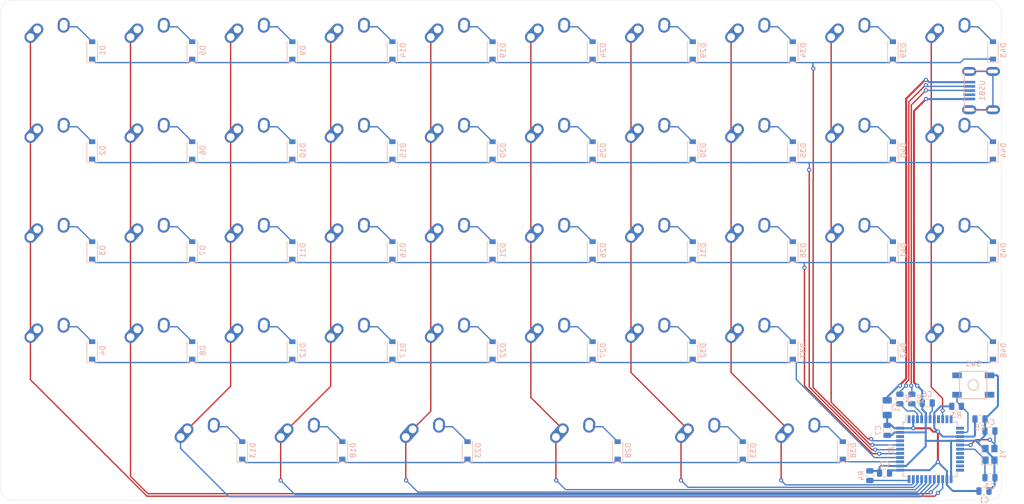
<source format=kicad_pcb>
(kicad_pcb (version 20171130) (host pcbnew "(5.1.12)-1")
  (layers (0 F.Cu signal) (31 B.Cu signal) (34 B.Paste user) (35 F.Paste user) (36 B.SilkS user) (37 F.SilkS user) (38 B.Mask user) (39 F.Mask user) (44 Edge.Cuts user))
  (net 0 "")
  (net 1 GND)
  (net 2 +5V)
  (net 3 "Net-(C3-Pad1)")
  (net 4 "Net-(C4-Pad1)")
  (net 5 "Net-(C6-Pad1)")
  (net 6 "Net-(D1-Pad2)")
  (net 7 ROW0)
  (net 8 "Net-(D2-Pad2)")
  (net 9 ROW1)
  (net 10 "Net-(D3-Pad2)")
  (net 11 ROW2)
  (net 12 "Net-(D4-Pad2)")
  (net 13 ROW3)
  (net 14 "Net-(D5-Pad2)")
  (net 15 "Net-(D6-Pad2)")
  (net 16 "Net-(D7-Pad2)")
  (net 17 "Net-(D8-Pad2)")
  (net 18 "Net-(D9-Pad2)")
  (net 19 "Net-(D10-Pad2)")
  (net 20 "Net-(D11-Pad2)")
  (net 21 "Net-(D12-Pad2)")
  (net 22 "Net-(D13-Pad2)")
  (net 23 ROW4)
  (net 24 "Net-(D14-Pad2)")
  (net 25 "Net-(D15-Pad2)")
  (net 26 "Net-(D16-Pad2)")
  (net 27 "Net-(D17-Pad2)")
  (net 28 "Net-(D18-Pad2)")
  (net 29 "Net-(D19-Pad2)")
  (net 30 "Net-(D20-Pad2)")
  (net 31 "Net-(D21-Pad2)")
  (net 32 "Net-(D22-Pad2)")
  (net 33 "Net-(D23-Pad2)")
  (net 34 "Net-(D24-Pad2)")
  (net 35 "Net-(D25-Pad2)")
  (net 36 "Net-(D26-Pad2)")
  (net 37 "Net-(D27-Pad2)")
  (net 38 "Net-(D28-Pad2)")
  (net 39 "Net-(D29-Pad2)")
  (net 40 "Net-(D30-Pad2)")
  (net 41 "Net-(D31-Pad2)")
  (net 42 "Net-(D32-Pad2)")
  (net 43 "Net-(D33-Pad2)")
  (net 44 "Net-(D34-Pad2)")
  (net 45 "Net-(D35-Pad2)")
  (net 46 "Net-(D36-Pad2)")
  (net 47 "Net-(D37-Pad2)")
  (net 48 "Net-(D38-Pad2)")
  (net 49 "Net-(D39-Pad2)")
  (net 50 "Net-(D40-Pad2)")
  (net 51 "Net-(D41-Pad2)")
  (net 52 "Net-(D42-Pad2)")
  (net 53 "Net-(D43-Pad2)")
  (net 54 "Net-(D44-Pad2)")
  (net 55 "Net-(D45-Pad2)")
  (net 56 "Net-(D46-Pad2)")
  (net 57 VCC)
  (net 58 COL0)
  (net 59 COL1)
  (net 60 COL2)
  (net 61 COL3)
  (net 62 COL4)
  (net 63 COL5)
  (net 64 COL6)
  (net 65 COL7)
  (net 66 COL8)
  (net 67 COL9)
  (net 68 D-)
  (net 69 "Net-(R1-Pad1)")
  (net 70 D+)
  (net 71 "Net-(R2-Pad1)")
  (net 72 "Net-(R3-Pad2)")
  (net 73 "Net-(R4-Pad2)")
  (net 74 "Net-(U1-Pad42)")
  (net 75 "Net-(U1-Pad21)")
  (net 76 "Net-(U1-Pad20)")
  (net 77 "Net-(U1-Pad19)")
  (net 78 "Net-(U1-Pad18)")
  (net 79 "Net-(U1-Pad12)")
  (net 80 "Net-(U1-Pad11)")
  (net 81 "Net-(U1-Pad10)")
  (net 82 "Net-(U1-Pad8)")
  (net 83 "Net-(U1-Pad1)")
  (net 84 "Net-(USB1-Pad6)")
  (net 85 "Net-(USB1-Pad2)")
  (net 86 "Net-(U1-Pad22)")
  (module Crystal:Crystal_SMD_3225-4Pin_3.2x2.5mm (layer B.Cu) (at 201.041 99.187 90)
    (fp_text reference Y1 (at 0 2.45 90) (layer B.SilkS) (effects (justify mirror)))
    (fp_text value 16MHz)
    (pad 4 smd rect (at -1.1 0.85 90) (size 1.4 1.2) (layers B.Cu B.Paste B.Mask) (net 1 GND))
    (pad 3 smd rect (at 1.1 0.85 90) (size 1.4 1.2) (layers B.Cu B.Paste B.Mask) (net 4 "Net-(C4-Pad1)"))
    (pad 2 smd rect (at 1.1 -0.85 90) (size 1.4 1.2) (layers B.Cu B.Paste B.Mask) (net 1 GND))
    (pad 1 smd rect (at -1.1 -0.85 90) (size 1.4 1.2) (layers B.Cu B.Paste B.Mask) (net 3 "Net-(C3-Pad1)"))
  )
  (module random-keyboard-parts:Molex-0548190589 (layer B.Cu) (at 201.604 29.878 180)
    (fp_text reference USB1 (at 2.032 0 270) (layer B.SilkS) (effects (justify mirror)))
    (fp_text value Molex-0548190589)
    (pad 6 thru_hole oval (at 0 3.65 180) (size 2.7 1.7) (drill oval 1.9 0.7) (layers *.Cu *.Mask) (net 84 "Net-(USB1-Pad6)"))
    (pad 6 thru_hole oval (at 0 -3.65 180) (size 2.7 1.7) (drill oval 1.9 0.7) (layers *.Cu *.Mask) (net 84 "Net-(USB1-Pad6)"))
    (pad 6 thru_hole oval (at 4.5 -3.65 180) (size 2.7 1.7) (drill oval 1.9 0.7) (layers *.Cu *.Mask) (net 84 "Net-(USB1-Pad6)"))
    (pad 6 thru_hole oval (at 4.5 3.65 180) (size 2.7 1.7) (drill oval 1.9 0.7) (layers *.Cu *.Mask) (net 84 "Net-(USB1-Pad6)"))
    (pad 5 smd rect (at 4.5 1.6 180) (size 2.25 0.5) (layers B.Cu B.Paste B.Mask) (net 57 VCC))
    (pad 4 smd rect (at 4.5 0.8 180) (size 2.25 0.5) (layers B.Cu B.Paste B.Mask) (net 68 D-))
    (pad 3 smd rect (at 4.5 0 180) (size 2.25 0.5) (layers B.Cu B.Paste B.Mask) (net 70 D+))
    (pad 2 smd rect (at 4.5 -0.8 180) (size 2.25 0.5) (layers B.Cu B.Paste B.Mask) (net 85 "Net-(USB1-Pad2)"))
    (pad 1 smd rect (at 4.5 -1.6 180) (size 2.25 0.5) (layers B.Cu B.Paste B.Mask) (net 1 GND))
  )
  (module Package_QFP:TQFP-44_10x10mm_P0.8mm (layer B.Cu) (at 189.64275 98.20275 270)
    (fp_text reference U1 (at 0 7.45 90) (layer B.SilkS) (effects (justify mirror)))
    (fp_text value ATmega32U4-AU)
    (pad 44 smd rect (at -4 5.7 180) (size 1.5 0.55) (layers B.Cu B.Paste B.Mask) (net 2 +5V))
    (pad 43 smd rect (at -3.2 5.7 180) (size 1.5 0.55) (layers B.Cu B.Paste B.Mask) (net 1 GND))
    (pad 42 smd rect (at -2.4 5.7 180) (size 1.5 0.55) (layers B.Cu B.Paste B.Mask) (net 74 "Net-(U1-Pad42)"))
    (pad 41 smd rect (at -1.6 5.7 180) (size 1.5 0.55) (layers B.Cu B.Paste B.Mask) (net 66 COL8))
    (pad 40 smd rect (at -0.8 5.7 180) (size 1.5 0.55) (layers B.Cu B.Paste B.Mask) (net 7 ROW0))
    (pad 39 smd rect (at 0 5.7 180) (size 1.5 0.55) (layers B.Cu B.Paste B.Mask) (net 9 ROW1))
    (pad 38 smd rect (at 0.8 5.7 180) (size 1.5 0.55) (layers B.Cu B.Paste B.Mask) (net 11 ROW2))
    (pad 37 smd rect (at 1.6 5.7 180) (size 1.5 0.55) (layers B.Cu B.Paste B.Mask) (net 13 ROW3))
    (pad 36 smd rect (at 2.4 5.7 180) (size 1.5 0.55) (layers B.Cu B.Paste B.Mask) (net 23 ROW4))
    (pad 35 smd rect (at 3.2 5.7 180) (size 1.5 0.55) (layers B.Cu B.Paste B.Mask) (net 1 GND))
    (pad 34 smd rect (at 4 5.7 180) (size 1.5 0.55) (layers B.Cu B.Paste B.Mask) (net 2 +5V))
    (pad 33 smd rect (at 5.7 4 270) (size 1.5 0.55) (layers B.Cu B.Paste B.Mask) (net 73 "Net-(R4-Pad2)"))
    (pad 32 smd rect (at 5.7 3.2 270) (size 1.5 0.55) (layers B.Cu B.Paste B.Mask) (net 65 COL7))
    (pad 31 smd rect (at 5.7 2.4 270) (size 1.5 0.55) (layers B.Cu B.Paste B.Mask) (net 64 COL6))
    (pad 30 smd rect (at 5.7 1.6 270) (size 1.5 0.55) (layers B.Cu B.Paste B.Mask) (net 63 COL5))
    (pad 29 smd rect (at 5.7 0.8 270) (size 1.5 0.55) (layers B.Cu B.Paste B.Mask) (net 62 COL4))
    (pad 28 smd rect (at 5.7 0 270) (size 1.5 0.55) (layers B.Cu B.Paste B.Mask) (net 61 COL3))
    (pad 27 smd rect (at 5.7 -0.8 270) (size 1.5 0.55) (layers B.Cu B.Paste B.Mask) (net 60 COL2))
    (pad 26 smd rect (at 5.7 -1.6 270) (size 1.5 0.55) (layers B.Cu B.Paste B.Mask) (net 59 COL1))
    (pad 25 smd rect (at 5.7 -2.4 270) (size 1.5 0.55) (layers B.Cu B.Paste B.Mask) (net 58 COL0))
    (pad 24 smd rect (at 5.7 -3.2 270) (size 1.5 0.55) (layers B.Cu B.Paste B.Mask) (net 2 +5V))
    (pad 23 smd rect (at 5.7 -4 270) (size 1.5 0.55) (layers B.Cu B.Paste B.Mask) (net 1 GND))
    (pad 22 smd rect (at 4 -5.7 180) (size 1.5 0.55) (layers B.Cu B.Paste B.Mask) (net 86 "Net-(U1-Pad22)"))
    (pad 21 smd rect (at 3.2 -5.7 180) (size 1.5 0.55) (layers B.Cu B.Paste B.Mask) (net 75 "Net-(U1-Pad21)"))
    (pad 20 smd rect (at 2.4 -5.7 180) (size 1.5 0.55) (layers B.Cu B.Paste B.Mask) (net 76 "Net-(U1-Pad20)"))
    (pad 19 smd rect (at 1.6 -5.7 180) (size 1.5 0.55) (layers B.Cu B.Paste B.Mask) (net 77 "Net-(U1-Pad19)"))
    (pad 18 smd rect (at 0.8 -5.7 180) (size 1.5 0.55) (layers B.Cu B.Paste B.Mask) (net 78 "Net-(U1-Pad18)"))
    (pad 17 smd rect (at 0 -5.7 180) (size 1.5 0.55) (layers B.Cu B.Paste B.Mask) (net 3 "Net-(C3-Pad1)"))
    (pad 16 smd rect (at -0.8 -5.7 180) (size 1.5 0.55) (layers B.Cu B.Paste B.Mask) (net 4 "Net-(C4-Pad1)"))
    (pad 15 smd rect (at -1.6 -5.7 180) (size 1.5 0.55) (layers B.Cu B.Paste B.Mask) (net 1 GND))
    (pad 14 smd rect (at -2.4 -5.7 180) (size 1.5 0.55) (layers B.Cu B.Paste B.Mask) (net 2 +5V))
    (pad 13 smd rect (at -3.2 -5.7 180) (size 1.5 0.55) (layers B.Cu B.Paste B.Mask) (net 72 "Net-(R3-Pad2)"))
    (pad 12 smd rect (at -4 -5.7 180) (size 1.5 0.55) (layers B.Cu B.Paste B.Mask) (net 79 "Net-(U1-Pad12)"))
    (pad 11 smd rect (at -5.7 -4 270) (size 1.5 0.55) (layers B.Cu B.Paste B.Mask) (net 80 "Net-(U1-Pad11)"))
    (pad 10 smd rect (at -5.7 -3.2 270) (size 1.5 0.55) (layers B.Cu B.Paste B.Mask) (net 81 "Net-(U1-Pad10)"))
    (pad 9 smd rect (at -5.7 -2.4 270) (size 1.5 0.55) (layers B.Cu B.Paste B.Mask) (net 67 COL9))
    (pad 8 smd rect (at -5.7 -1.6 270) (size 1.5 0.55) (layers B.Cu B.Paste B.Mask) (net 82 "Net-(U1-Pad8)"))
    (pad 7 smd rect (at -5.7 -0.8 270) (size 1.5 0.55) (layers B.Cu B.Paste B.Mask) (net 2 +5V))
    (pad 6 smd rect (at -5.7 0 270) (size 1.5 0.55) (layers B.Cu B.Paste B.Mask) (net 5 "Net-(C6-Pad1)"))
    (pad 5 smd rect (at -5.7 0.8 270) (size 1.5 0.55) (layers B.Cu B.Paste B.Mask) (net 1 GND))
    (pad 4 smd rect (at -5.7 1.6 270) (size 1.5 0.55) (layers B.Cu B.Paste B.Mask) (net 71 "Net-(R2-Pad1)"))
    (pad 3 smd rect (at -5.7 2.4 270) (size 1.5 0.55) (layers B.Cu B.Paste B.Mask) (net 69 "Net-(R1-Pad1)"))
    (pad 2 smd rect (at -5.7 3.2 270) (size 1.5 0.55) (layers B.Cu B.Paste B.Mask) (net 2 +5V))
    (pad 1 smd rect (at -5.7 4 270) (size 1.5 0.55) (layers B.Cu B.Paste B.Mask) (net 83 "Net-(U1-Pad1)"))
  )
  (module random-keyboard-parts:SKQG-1155865 (layer B.Cu) (at 197.866 85.979)
    (fp_text reference SW1 (at 0 -4.064) (layer B.SilkS) (effects (justify mirror)))
    (fp_text value SW_Push)
    (pad 4 smd rect (at -3.1 -1.85) (size 1.8 1.1) (layers B.Cu B.Paste B.Mask))
    (pad 3 smd rect (at 3.1 1.85) (size 1.8 1.1) (layers B.Cu B.Paste B.Mask))
    (pad 2 smd rect (at -3.1 1.85) (size 1.8 1.1) (layers B.Cu B.Paste B.Mask) (net 72 "Net-(R3-Pad2)"))
    (pad 1 smd rect (at 3.1 -1.85) (size 1.8 1.1) (layers B.Cu B.Paste B.Mask) (net 1 GND))
  )
  (module Resistor_SMD:R_0805_2012Metric (layer B.Cu) (at 178.181 103.251 270)
    (fp_text reference R4 (at 0 1.65 90) (layer B.SilkS) (effects (justify mirror)))
    (fp_text value 10k)
    (pad 2 smd roundrect (at 0.9125 0 270) (size 1.025 1.4) (layers B.Cu B.Paste B.Mask) (roundrect_rratio 0.243902) (net 73 "Net-(R4-Pad2)"))
    (pad 1 smd roundrect (at -0.9125 0 270) (size 1.025 1.4) (layers B.Cu B.Paste B.Mask) (roundrect_rratio 0.243902) (net 1 GND))
  )
  (module Resistor_SMD:R_0805_2012Metric (layer B.Cu) (at 194.691 90.043)
    (fp_text reference R3 (at 0 1.65) (layer B.SilkS) (effects (justify mirror)))
    (fp_text value 10k)
    (pad 2 smd roundrect (at 0.9125 0) (size 1.025 1.4) (layers B.Cu B.Paste B.Mask) (roundrect_rratio 0.243902) (net 72 "Net-(R3-Pad2)"))
    (pad 1 smd roundrect (at -0.9125 0) (size 1.025 1.4) (layers B.Cu B.Paste B.Mask) (roundrect_rratio 0.243902) (net 2 +5V))
  )
  (module Resistor_SMD:R_0805_2012Metric (layer B.Cu) (at 186.182 88.646 90)
    (fp_text reference R2 (at 0 1.65 90) (layer B.SilkS) (effects (justify mirror)))
    (fp_text value 22)
    (pad 2 smd roundrect (at 0.9125 0 90) (size 1.025 1.4) (layers B.Cu B.Paste B.Mask) (roundrect_rratio 0.243902) (net 70 D+))
    (pad 1 smd roundrect (at -0.9125 0 90) (size 1.025 1.4) (layers B.Cu B.Paste B.Mask) (roundrect_rratio 0.243902) (net 71 "Net-(R2-Pad1)"))
  )
  (module Resistor_SMD:R_0805_2012Metric (layer B.Cu) (at 183.896 88.646 90)
    (fp_text reference R1 (at 0 1.65 90) (layer B.SilkS) (effects (justify mirror)))
    (fp_text value 22)
    (pad 2 smd roundrect (at 0.9125 0 90) (size 1.025 1.4) (layers B.Cu B.Paste B.Mask) (roundrect_rratio 0.243902) (net 68 D-))
    (pad 1 smd roundrect (at -0.9125 0 90) (size 1.025 1.4) (layers B.Cu B.Paste B.Mask) (roundrect_rratio 0.243902) (net 69 "Net-(R1-Pad1)"))
  )
  (module MX_Alps_Hybrid:MX-1U-NoLED (layer F.Cu) (at 193.675 79.375)
    (fp_text reference MX46)
    (fp_text value MX-NoLED)
    (pad "" np_thru_hole circle (at 5.08 0 48.0996) (size 1.75 1.75) (drill 1.75) (layers *.Cu *.Mask))
    (pad "" np_thru_hole circle (at -5.08 0 48.0996) (size 1.75 1.75) (drill 1.75) (layers *.Cu *.Mask))
    (pad 1 thru_hole circle (at -2.5 -4) (size 2.25 2.25) (drill 1.47) (layers *.Cu B.Mask) (net 67 COL9))
    (pad "" np_thru_hole circle (at 0 0) (size 3.9878 3.9878) (drill 3.9878) (layers *.Cu *.Mask))
    (pad 1 thru_hole oval (at -3.81 -2.54 48.0996) (size 4.211556 2.25) (drill 1.47 (offset 0.980778 0)) (layers *.Cu B.Mask) (net 67 COL9))
    (pad 2 thru_hole circle (at 2.54 -5.08) (size 2.25 2.25) (drill 1.47) (layers *.Cu B.Mask) (net 56 "Net-(D46-Pad2)"))
    (pad 2 thru_hole oval (at 2.5 -4.5 86.0548) (size 2.831378 2.25) (drill 1.47 (offset 0.290689 0)) (layers *.Cu B.Mask) (net 56 "Net-(D46-Pad2)"))
  )
  (module MX_Alps_Hybrid:MX-1U-NoLED (layer F.Cu) (at 193.675 60.325)
    (fp_text reference MX45)
    (fp_text value MX-NoLED)
    (pad "" np_thru_hole circle (at 5.08 0 48.0996) (size 1.75 1.75) (drill 1.75) (layers *.Cu *.Mask))
    (pad "" np_thru_hole circle (at -5.08 0 48.0996) (size 1.75 1.75) (drill 1.75) (layers *.Cu *.Mask))
    (pad 1 thru_hole circle (at -2.5 -4) (size 2.25 2.25) (drill 1.47) (layers *.Cu B.Mask) (net 67 COL9))
    (pad "" np_thru_hole circle (at 0 0) (size 3.9878 3.9878) (drill 3.9878) (layers *.Cu *.Mask))
    (pad 1 thru_hole oval (at -3.81 -2.54 48.0996) (size 4.211556 2.25) (drill 1.47 (offset 0.980778 0)) (layers *.Cu B.Mask) (net 67 COL9))
    (pad 2 thru_hole circle (at 2.54 -5.08) (size 2.25 2.25) (drill 1.47) (layers *.Cu B.Mask) (net 55 "Net-(D45-Pad2)"))
    (pad 2 thru_hole oval (at 2.5 -4.5 86.0548) (size 2.831378 2.25) (drill 1.47 (offset 0.290689 0)) (layers *.Cu B.Mask) (net 55 "Net-(D45-Pad2)"))
  )
  (module MX_Alps_Hybrid:MX-1U-NoLED (layer F.Cu) (at 193.675 41.275)
    (fp_text reference MX44)
    (fp_text value MX-NoLED)
    (pad "" np_thru_hole circle (at 5.08 0 48.0996) (size 1.75 1.75) (drill 1.75) (layers *.Cu *.Mask))
    (pad "" np_thru_hole circle (at -5.08 0 48.0996) (size 1.75 1.75) (drill 1.75) (layers *.Cu *.Mask))
    (pad 1 thru_hole circle (at -2.5 -4) (size 2.25 2.25) (drill 1.47) (layers *.Cu B.Mask) (net 67 COL9))
    (pad "" np_thru_hole circle (at 0 0) (size 3.9878 3.9878) (drill 3.9878) (layers *.Cu *.Mask))
    (pad 1 thru_hole oval (at -3.81 -2.54 48.0996) (size 4.211556 2.25) (drill 1.47 (offset 0.980778 0)) (layers *.Cu B.Mask) (net 67 COL9))
    (pad 2 thru_hole circle (at 2.54 -5.08) (size 2.25 2.25) (drill 1.47) (layers *.Cu B.Mask) (net 54 "Net-(D44-Pad2)"))
    (pad 2 thru_hole oval (at 2.5 -4.5 86.0548) (size 2.831378 2.25) (drill 1.47 (offset 0.290689 0)) (layers *.Cu B.Mask) (net 54 "Net-(D44-Pad2)"))
  )
  (module MX_Alps_Hybrid:MX-1U-NoLED (layer F.Cu) (at 193.675 22.225)
    (fp_text reference MX43)
    (fp_text value MX-NoLED)
    (pad "" np_thru_hole circle (at 5.08 0 48.0996) (size 1.75 1.75) (drill 1.75) (layers *.Cu *.Mask))
    (pad "" np_thru_hole circle (at -5.08 0 48.0996) (size 1.75 1.75) (drill 1.75) (layers *.Cu *.Mask))
    (pad 1 thru_hole circle (at -2.5 -4) (size 2.25 2.25) (drill 1.47) (layers *.Cu B.Mask) (net 67 COL9))
    (pad "" np_thru_hole circle (at 0 0) (size 3.9878 3.9878) (drill 3.9878) (layers *.Cu *.Mask))
    (pad 1 thru_hole oval (at -3.81 -2.54 48.0996) (size 4.211556 2.25) (drill 1.47 (offset 0.980778 0)) (layers *.Cu B.Mask) (net 67 COL9))
    (pad 2 thru_hole circle (at 2.54 -5.08) (size 2.25 2.25) (drill 1.47) (layers *.Cu B.Mask) (net 53 "Net-(D43-Pad2)"))
    (pad 2 thru_hole oval (at 2.5 -4.5 86.0548) (size 2.831378 2.25) (drill 1.47 (offset 0.290689 0)) (layers *.Cu B.Mask) (net 53 "Net-(D43-Pad2)"))
  )
  (module MX_Alps_Hybrid:MX-1U-NoLED (layer F.Cu) (at 174.625 79.375)
    (fp_text reference MX42)
    (fp_text value MX-NoLED)
    (pad "" np_thru_hole circle (at 5.08 0 48.0996) (size 1.75 1.75) (drill 1.75) (layers *.Cu *.Mask))
    (pad "" np_thru_hole circle (at -5.08 0 48.0996) (size 1.75 1.75) (drill 1.75) (layers *.Cu *.Mask))
    (pad 1 thru_hole circle (at -2.5 -4) (size 2.25 2.25) (drill 1.47) (layers *.Cu B.Mask) (net 66 COL8))
    (pad "" np_thru_hole circle (at 0 0) (size 3.9878 3.9878) (drill 3.9878) (layers *.Cu *.Mask))
    (pad 1 thru_hole oval (at -3.81 -2.54 48.0996) (size 4.211556 2.25) (drill 1.47 (offset 0.980778 0)) (layers *.Cu B.Mask) (net 66 COL8))
    (pad 2 thru_hole circle (at 2.54 -5.08) (size 2.25 2.25) (drill 1.47) (layers *.Cu B.Mask) (net 52 "Net-(D42-Pad2)"))
    (pad 2 thru_hole oval (at 2.5 -4.5 86.0548) (size 2.831378 2.25) (drill 1.47 (offset 0.290689 0)) (layers *.Cu B.Mask) (net 52 "Net-(D42-Pad2)"))
  )
  (module MX_Alps_Hybrid:MX-1U-NoLED (layer F.Cu) (at 174.625 60.325)
    (fp_text reference MX41)
    (fp_text value MX-NoLED)
    (pad "" np_thru_hole circle (at 5.08 0 48.0996) (size 1.75 1.75) (drill 1.75) (layers *.Cu *.Mask))
    (pad "" np_thru_hole circle (at -5.08 0 48.0996) (size 1.75 1.75) (drill 1.75) (layers *.Cu *.Mask))
    (pad 1 thru_hole circle (at -2.5 -4) (size 2.25 2.25) (drill 1.47) (layers *.Cu B.Mask) (net 66 COL8))
    (pad "" np_thru_hole circle (at 0 0) (size 3.9878 3.9878) (drill 3.9878) (layers *.Cu *.Mask))
    (pad 1 thru_hole oval (at -3.81 -2.54 48.0996) (size 4.211556 2.25) (drill 1.47 (offset 0.980778 0)) (layers *.Cu B.Mask) (net 66 COL8))
    (pad 2 thru_hole circle (at 2.54 -5.08) (size 2.25 2.25) (drill 1.47) (layers *.Cu B.Mask) (net 51 "Net-(D41-Pad2)"))
    (pad 2 thru_hole oval (at 2.5 -4.5 86.0548) (size 2.831378 2.25) (drill 1.47 (offset 0.290689 0)) (layers *.Cu B.Mask) (net 51 "Net-(D41-Pad2)"))
  )
  (module MX_Alps_Hybrid:MX-1U-NoLED (layer F.Cu) (at 174.625 41.275)
    (fp_text reference MX40)
    (fp_text value MX-NoLED)
    (pad "" np_thru_hole circle (at 5.08 0 48.0996) (size 1.75 1.75) (drill 1.75) (layers *.Cu *.Mask))
    (pad "" np_thru_hole circle (at -5.08 0 48.0996) (size 1.75 1.75) (drill 1.75) (layers *.Cu *.Mask))
    (pad 1 thru_hole circle (at -2.5 -4) (size 2.25 2.25) (drill 1.47) (layers *.Cu B.Mask) (net 66 COL8))
    (pad "" np_thru_hole circle (at 0 0) (size 3.9878 3.9878) (drill 3.9878) (layers *.Cu *.Mask))
    (pad 1 thru_hole oval (at -3.81 -2.54 48.0996) (size 4.211556 2.25) (drill 1.47 (offset 0.980778 0)) (layers *.Cu B.Mask) (net 66 COL8))
    (pad 2 thru_hole circle (at 2.54 -5.08) (size 2.25 2.25) (drill 1.47) (layers *.Cu B.Mask) (net 50 "Net-(D40-Pad2)"))
    (pad 2 thru_hole oval (at 2.5 -4.5 86.0548) (size 2.831378 2.25) (drill 1.47 (offset 0.290689 0)) (layers *.Cu B.Mask) (net 50 "Net-(D40-Pad2)"))
  )
  (module MX_Alps_Hybrid:MX-1U-NoLED (layer F.Cu) (at 174.625 22.225)
    (fp_text reference MX39)
    (fp_text value MX-NoLED)
    (pad "" np_thru_hole circle (at 5.08 0 48.0996) (size 1.75 1.75) (drill 1.75) (layers *.Cu *.Mask))
    (pad "" np_thru_hole circle (at -5.08 0 48.0996) (size 1.75 1.75) (drill 1.75) (layers *.Cu *.Mask))
    (pad 1 thru_hole circle (at -2.5 -4) (size 2.25 2.25) (drill 1.47) (layers *.Cu B.Mask) (net 66 COL8))
    (pad "" np_thru_hole circle (at 0 0) (size 3.9878 3.9878) (drill 3.9878) (layers *.Cu *.Mask))
    (pad 1 thru_hole oval (at -3.81 -2.54 48.0996) (size 4.211556 2.25) (drill 1.47 (offset 0.980778 0)) (layers *.Cu B.Mask) (net 66 COL8))
    (pad 2 thru_hole circle (at 2.54 -5.08) (size 2.25 2.25) (drill 1.47) (layers *.Cu B.Mask) (net 49 "Net-(D39-Pad2)"))
    (pad 2 thru_hole oval (at 2.5 -4.5 86.0548) (size 2.831378 2.25) (drill 1.47 (offset 0.290689 0)) (layers *.Cu B.Mask) (net 49 "Net-(D39-Pad2)"))
  )
  (module MX_Alps_Hybrid:MX-1U-NoLED (layer F.Cu) (at 165.1 98.425)
    (fp_text reference MX38)
    (fp_text value MX-NoLED)
    (pad "" np_thru_hole circle (at 5.08 0 48.0996) (size 1.75 1.75) (drill 1.75) (layers *.Cu *.Mask))
    (pad "" np_thru_hole circle (at -5.08 0 48.0996) (size 1.75 1.75) (drill 1.75) (layers *.Cu *.Mask))
    (pad 1 thru_hole circle (at -2.5 -4) (size 2.25 2.25) (drill 1.47) (layers *.Cu B.Mask) (net 65 COL7))
    (pad "" np_thru_hole circle (at 0 0) (size 3.9878 3.9878) (drill 3.9878) (layers *.Cu *.Mask))
    (pad 1 thru_hole oval (at -3.81 -2.54 48.0996) (size 4.211556 2.25) (drill 1.47 (offset 0.980778 0)) (layers *.Cu B.Mask) (net 65 COL7))
    (pad 2 thru_hole circle (at 2.54 -5.08) (size 2.25 2.25) (drill 1.47) (layers *.Cu B.Mask) (net 48 "Net-(D38-Pad2)"))
    (pad 2 thru_hole oval (at 2.5 -4.5 86.0548) (size 2.831378 2.25) (drill 1.47 (offset 0.290689 0)) (layers *.Cu B.Mask) (net 48 "Net-(D38-Pad2)"))
  )
  (module MX_Alps_Hybrid:MX-1U-NoLED (layer F.Cu) (at 155.575 79.375)
    (fp_text reference MX37)
    (fp_text value MX-NoLED)
    (pad "" np_thru_hole circle (at 5.08 0 48.0996) (size 1.75 1.75) (drill 1.75) (layers *.Cu *.Mask))
    (pad "" np_thru_hole circle (at -5.08 0 48.0996) (size 1.75 1.75) (drill 1.75) (layers *.Cu *.Mask))
    (pad 1 thru_hole circle (at -2.5 -4) (size 2.25 2.25) (drill 1.47) (layers *.Cu B.Mask) (net 65 COL7))
    (pad "" np_thru_hole circle (at 0 0) (size 3.9878 3.9878) (drill 3.9878) (layers *.Cu *.Mask))
    (pad 1 thru_hole oval (at -3.81 -2.54 48.0996) (size 4.211556 2.25) (drill 1.47 (offset 0.980778 0)) (layers *.Cu B.Mask) (net 65 COL7))
    (pad 2 thru_hole circle (at 2.54 -5.08) (size 2.25 2.25) (drill 1.47) (layers *.Cu B.Mask) (net 47 "Net-(D37-Pad2)"))
    (pad 2 thru_hole oval (at 2.5 -4.5 86.0548) (size 2.831378 2.25) (drill 1.47 (offset 0.290689 0)) (layers *.Cu B.Mask) (net 47 "Net-(D37-Pad2)"))
  )
  (module MX_Alps_Hybrid:MX-1U-NoLED (layer F.Cu) (at 155.575 60.325)
    (fp_text reference MX36)
    (fp_text value MX-NoLED)
    (pad "" np_thru_hole circle (at 5.08 0 48.0996) (size 1.75 1.75) (drill 1.75) (layers *.Cu *.Mask))
    (pad "" np_thru_hole circle (at -5.08 0 48.0996) (size 1.75 1.75) (drill 1.75) (layers *.Cu *.Mask))
    (pad 1 thru_hole circle (at -2.5 -4) (size 2.25 2.25) (drill 1.47) (layers *.Cu B.Mask) (net 65 COL7))
    (pad "" np_thru_hole circle (at 0 0) (size 3.9878 3.9878) (drill 3.9878) (layers *.Cu *.Mask))
    (pad 1 thru_hole oval (at -3.81 -2.54 48.0996) (size 4.211556 2.25) (drill 1.47 (offset 0.980778 0)) (layers *.Cu B.Mask) (net 65 COL7))
    (pad 2 thru_hole circle (at 2.54 -5.08) (size 2.25 2.25) (drill 1.47) (layers *.Cu B.Mask) (net 46 "Net-(D36-Pad2)"))
    (pad 2 thru_hole oval (at 2.5 -4.5 86.0548) (size 2.831378 2.25) (drill 1.47 (offset 0.290689 0)) (layers *.Cu B.Mask) (net 46 "Net-(D36-Pad2)"))
  )
  (module MX_Alps_Hybrid:MX-1U-NoLED (layer F.Cu) (at 155.575 41.275)
    (fp_text reference MX35)
    (fp_text value MX-NoLED)
    (pad "" np_thru_hole circle (at 5.08 0 48.0996) (size 1.75 1.75) (drill 1.75) (layers *.Cu *.Mask))
    (pad "" np_thru_hole circle (at -5.08 0 48.0996) (size 1.75 1.75) (drill 1.75) (layers *.Cu *.Mask))
    (pad 1 thru_hole circle (at -2.5 -4) (size 2.25 2.25) (drill 1.47) (layers *.Cu B.Mask) (net 65 COL7))
    (pad "" np_thru_hole circle (at 0 0) (size 3.9878 3.9878) (drill 3.9878) (layers *.Cu *.Mask))
    (pad 1 thru_hole oval (at -3.81 -2.54 48.0996) (size 4.211556 2.25) (drill 1.47 (offset 0.980778 0)) (layers *.Cu B.Mask) (net 65 COL7))
    (pad 2 thru_hole circle (at 2.54 -5.08) (size 2.25 2.25) (drill 1.47) (layers *.Cu B.Mask) (net 45 "Net-(D35-Pad2)"))
    (pad 2 thru_hole oval (at 2.5 -4.5 86.0548) (size 2.831378 2.25) (drill 1.47 (offset 0.290689 0)) (layers *.Cu B.Mask) (net 45 "Net-(D35-Pad2)"))
  )
  (module MX_Alps_Hybrid:MX-1U-NoLED (layer F.Cu) (at 155.575 22.225)
    (fp_text reference MX34)
    (fp_text value MX-NoLED)
    (pad "" np_thru_hole circle (at 5.08 0 48.0996) (size 1.75 1.75) (drill 1.75) (layers *.Cu *.Mask))
    (pad "" np_thru_hole circle (at -5.08 0 48.0996) (size 1.75 1.75) (drill 1.75) (layers *.Cu *.Mask))
    (pad 1 thru_hole circle (at -2.5 -4) (size 2.25 2.25) (drill 1.47) (layers *.Cu B.Mask) (net 65 COL7))
    (pad "" np_thru_hole circle (at 0 0) (size 3.9878 3.9878) (drill 3.9878) (layers *.Cu *.Mask))
    (pad 1 thru_hole oval (at -3.81 -2.54 48.0996) (size 4.211556 2.25) (drill 1.47 (offset 0.980778 0)) (layers *.Cu B.Mask) (net 65 COL7))
    (pad 2 thru_hole circle (at 2.54 -5.08) (size 2.25 2.25) (drill 1.47) (layers *.Cu B.Mask) (net 44 "Net-(D34-Pad2)"))
    (pad 2 thru_hole oval (at 2.5 -4.5 86.0548) (size 2.831378 2.25) (drill 1.47 (offset 0.290689 0)) (layers *.Cu B.Mask) (net 44 "Net-(D34-Pad2)"))
  )
  (module MX_Alps_Hybrid:MX-1U-NoLED (layer F.Cu) (at 146.05 98.425)
    (fp_text reference MX33)
    (fp_text value MX-NoLED)
    (pad "" np_thru_hole circle (at 5.08 0 48.0996) (size 1.75 1.75) (drill 1.75) (layers *.Cu *.Mask))
    (pad "" np_thru_hole circle (at -5.08 0 48.0996) (size 1.75 1.75) (drill 1.75) (layers *.Cu *.Mask))
    (pad 1 thru_hole circle (at -2.5 -4) (size 2.25 2.25) (drill 1.47) (layers *.Cu B.Mask) (net 64 COL6))
    (pad "" np_thru_hole circle (at 0 0) (size 3.9878 3.9878) (drill 3.9878) (layers *.Cu *.Mask))
    (pad 1 thru_hole oval (at -3.81 -2.54 48.0996) (size 4.211556 2.25) (drill 1.47 (offset 0.980778 0)) (layers *.Cu B.Mask) (net 64 COL6))
    (pad 2 thru_hole circle (at 2.54 -5.08) (size 2.25 2.25) (drill 1.47) (layers *.Cu B.Mask) (net 43 "Net-(D33-Pad2)"))
    (pad 2 thru_hole oval (at 2.5 -4.5 86.0548) (size 2.831378 2.25) (drill 1.47 (offset 0.290689 0)) (layers *.Cu B.Mask) (net 43 "Net-(D33-Pad2)"))
  )
  (module MX_Alps_Hybrid:MX-1U-NoLED (layer F.Cu) (at 136.525 79.375)
    (fp_text reference MX32)
    (fp_text value MX-NoLED)
    (pad "" np_thru_hole circle (at 5.08 0 48.0996) (size 1.75 1.75) (drill 1.75) (layers *.Cu *.Mask))
    (pad "" np_thru_hole circle (at -5.08 0 48.0996) (size 1.75 1.75) (drill 1.75) (layers *.Cu *.Mask))
    (pad 1 thru_hole circle (at -2.5 -4) (size 2.25 2.25) (drill 1.47) (layers *.Cu B.Mask) (net 64 COL6))
    (pad "" np_thru_hole circle (at 0 0) (size 3.9878 3.9878) (drill 3.9878) (layers *.Cu *.Mask))
    (pad 1 thru_hole oval (at -3.81 -2.54 48.0996) (size 4.211556 2.25) (drill 1.47 (offset 0.980778 0)) (layers *.Cu B.Mask) (net 64 COL6))
    (pad 2 thru_hole circle (at 2.54 -5.08) (size 2.25 2.25) (drill 1.47) (layers *.Cu B.Mask) (net 42 "Net-(D32-Pad2)"))
    (pad 2 thru_hole oval (at 2.5 -4.5 86.0548) (size 2.831378 2.25) (drill 1.47 (offset 0.290689 0)) (layers *.Cu B.Mask) (net 42 "Net-(D32-Pad2)"))
  )
  (module MX_Alps_Hybrid:MX-1U-NoLED (layer F.Cu) (at 136.525 60.325)
    (fp_text reference MX31)
    (fp_text value MX-NoLED)
    (pad "" np_thru_hole circle (at 5.08 0 48.0996) (size 1.75 1.75) (drill 1.75) (layers *.Cu *.Mask))
    (pad "" np_thru_hole circle (at -5.08 0 48.0996) (size 1.75 1.75) (drill 1.75) (layers *.Cu *.Mask))
    (pad 1 thru_hole circle (at -2.5 -4) (size 2.25 2.25) (drill 1.47) (layers *.Cu B.Mask) (net 64 COL6))
    (pad "" np_thru_hole circle (at 0 0) (size 3.9878 3.9878) (drill 3.9878) (layers *.Cu *.Mask))
    (pad 1 thru_hole oval (at -3.81 -2.54 48.0996) (size 4.211556 2.25) (drill 1.47 (offset 0.980778 0)) (layers *.Cu B.Mask) (net 64 COL6))
    (pad 2 thru_hole circle (at 2.54 -5.08) (size 2.25 2.25) (drill 1.47) (layers *.Cu B.Mask) (net 41 "Net-(D31-Pad2)"))
    (pad 2 thru_hole oval (at 2.5 -4.5 86.0548) (size 2.831378 2.25) (drill 1.47 (offset 0.290689 0)) (layers *.Cu B.Mask) (net 41 "Net-(D31-Pad2)"))
  )
  (module MX_Alps_Hybrid:MX-1U-NoLED (layer F.Cu) (at 136.525 41.275)
    (fp_text reference MX30)
    (fp_text value MX-NoLED)
    (pad "" np_thru_hole circle (at 5.08 0 48.0996) (size 1.75 1.75) (drill 1.75) (layers *.Cu *.Mask))
    (pad "" np_thru_hole circle (at -5.08 0 48.0996) (size 1.75 1.75) (drill 1.75) (layers *.Cu *.Mask))
    (pad 1 thru_hole circle (at -2.5 -4) (size 2.25 2.25) (drill 1.47) (layers *.Cu B.Mask) (net 64 COL6))
    (pad "" np_thru_hole circle (at 0 0) (size 3.9878 3.9878) (drill 3.9878) (layers *.Cu *.Mask))
    (pad 1 thru_hole oval (at -3.81 -2.54 48.0996) (size 4.211556 2.25) (drill 1.47 (offset 0.980778 0)) (layers *.Cu B.Mask) (net 64 COL6))
    (pad 2 thru_hole circle (at 2.54 -5.08) (size 2.25 2.25) (drill 1.47) (layers *.Cu B.Mask) (net 40 "Net-(D30-Pad2)"))
    (pad 2 thru_hole oval (at 2.5 -4.5 86.0548) (size 2.831378 2.25) (drill 1.47 (offset 0.290689 0)) (layers *.Cu B.Mask) (net 40 "Net-(D30-Pad2)"))
  )
  (module MX_Alps_Hybrid:MX-1U-NoLED (layer F.Cu) (at 136.525 22.225)
    (fp_text reference MX29)
    (fp_text value MX-NoLED)
    (pad "" np_thru_hole circle (at 5.08 0 48.0996) (size 1.75 1.75) (drill 1.75) (layers *.Cu *.Mask))
    (pad "" np_thru_hole circle (at -5.08 0 48.0996) (size 1.75 1.75) (drill 1.75) (layers *.Cu *.Mask))
    (pad 1 thru_hole circle (at -2.5 -4) (size 2.25 2.25) (drill 1.47) (layers *.Cu B.Mask) (net 64 COL6))
    (pad "" np_thru_hole circle (at 0 0) (size 3.9878 3.9878) (drill 3.9878) (layers *.Cu *.Mask))
    (pad 1 thru_hole oval (at -3.81 -2.54 48.0996) (size 4.211556 2.25) (drill 1.47 (offset 0.980778 0)) (layers *.Cu B.Mask) (net 64 COL6))
    (pad 2 thru_hole circle (at 2.54 -5.08) (size 2.25 2.25) (drill 1.47) (layers *.Cu B.Mask) (net 39 "Net-(D29-Pad2)"))
    (pad 2 thru_hole oval (at 2.5 -4.5 86.0548) (size 2.831378 2.25) (drill 1.47 (offset 0.290689 0)) (layers *.Cu B.Mask) (net 39 "Net-(D29-Pad2)"))
  )
  (module MX_Alps_Hybrid:MX-1.5U-NoLED (layer F.Cu) (at 122.2375 98.425)
    (fp_text reference MX28)
    (fp_text value MX-NoLED)
    (pad "" np_thru_hole circle (at 5.08 0 48.0996) (size 1.75 1.75) (drill 1.75) (layers *.Cu *.Mask))
    (pad "" np_thru_hole circle (at -5.08 0 48.0996) (size 1.75 1.75) (drill 1.75) (layers *.Cu *.Mask))
    (pad 1 thru_hole circle (at -2.5 -4) (size 2.25 2.25) (drill 1.47) (layers *.Cu B.Mask) (net 63 COL5))
    (pad "" np_thru_hole circle (at 0 0) (size 3.9878 3.9878) (drill 3.9878) (layers *.Cu *.Mask))
    (pad 1 thru_hole oval (at -3.81 -2.54 48.0996) (size 4.211556 2.25) (drill 1.47 (offset 0.980778 0)) (layers *.Cu B.Mask) (net 63 COL5))
    (pad 2 thru_hole circle (at 2.54 -5.08) (size 2.25 2.25) (drill 1.47) (layers *.Cu B.Mask) (net 38 "Net-(D28-Pad2)"))
    (pad 2 thru_hole oval (at 2.5 -4.5 86.0548) (size 2.831378 2.25) (drill 1.47 (offset 0.290689 0)) (layers *.Cu B.Mask) (net 38 "Net-(D28-Pad2)"))
  )
  (module MX_Alps_Hybrid:MX-1U-NoLED (layer F.Cu) (at 117.475 79.375)
    (fp_text reference MX27)
    (fp_text value MX-NoLED)
    (pad "" np_thru_hole circle (at 5.08 0 48.0996) (size 1.75 1.75) (drill 1.75) (layers *.Cu *.Mask))
    (pad "" np_thru_hole circle (at -5.08 0 48.0996) (size 1.75 1.75) (drill 1.75) (layers *.Cu *.Mask))
    (pad 1 thru_hole circle (at -2.5 -4) (size 2.25 2.25) (drill 1.47) (layers *.Cu B.Mask) (net 63 COL5))
    (pad "" np_thru_hole circle (at 0 0) (size 3.9878 3.9878) (drill 3.9878) (layers *.Cu *.Mask))
    (pad 1 thru_hole oval (at -3.81 -2.54 48.0996) (size 4.211556 2.25) (drill 1.47 (offset 0.980778 0)) (layers *.Cu B.Mask) (net 63 COL5))
    (pad 2 thru_hole circle (at 2.54 -5.08) (size 2.25 2.25) (drill 1.47) (layers *.Cu B.Mask) (net 37 "Net-(D27-Pad2)"))
    (pad 2 thru_hole oval (at 2.5 -4.5 86.0548) (size 2.831378 2.25) (drill 1.47 (offset 0.290689 0)) (layers *.Cu B.Mask) (net 37 "Net-(D27-Pad2)"))
  )
  (module MX_Alps_Hybrid:MX-1U-NoLED (layer F.Cu) (at 117.475 60.325)
    (fp_text reference MX26)
    (fp_text value MX-NoLED)
    (pad "" np_thru_hole circle (at 5.08 0 48.0996) (size 1.75 1.75) (drill 1.75) (layers *.Cu *.Mask))
    (pad "" np_thru_hole circle (at -5.08 0 48.0996) (size 1.75 1.75) (drill 1.75) (layers *.Cu *.Mask))
    (pad 1 thru_hole circle (at -2.5 -4) (size 2.25 2.25) (drill 1.47) (layers *.Cu B.Mask) (net 63 COL5))
    (pad "" np_thru_hole circle (at 0 0) (size 3.9878 3.9878) (drill 3.9878) (layers *.Cu *.Mask))
    (pad 1 thru_hole oval (at -3.81 -2.54 48.0996) (size 4.211556 2.25) (drill 1.47 (offset 0.980778 0)) (layers *.Cu B.Mask) (net 63 COL5))
    (pad 2 thru_hole circle (at 2.54 -5.08) (size 2.25 2.25) (drill 1.47) (layers *.Cu B.Mask) (net 36 "Net-(D26-Pad2)"))
    (pad 2 thru_hole oval (at 2.5 -4.5 86.0548) (size 2.831378 2.25) (drill 1.47 (offset 0.290689 0)) (layers *.Cu B.Mask) (net 36 "Net-(D26-Pad2)"))
  )
  (module MX_Alps_Hybrid:MX-1U-NoLED (layer F.Cu) (at 117.475 41.275)
    (fp_text reference MX25)
    (fp_text value MX-NoLED)
    (pad "" np_thru_hole circle (at 5.08 0 48.0996) (size 1.75 1.75) (drill 1.75) (layers *.Cu *.Mask))
    (pad "" np_thru_hole circle (at -5.08 0 48.0996) (size 1.75 1.75) (drill 1.75) (layers *.Cu *.Mask))
    (pad 1 thru_hole circle (at -2.5 -4) (size 2.25 2.25) (drill 1.47) (layers *.Cu B.Mask) (net 63 COL5))
    (pad "" np_thru_hole circle (at 0 0) (size 3.9878 3.9878) (drill 3.9878) (layers *.Cu *.Mask))
    (pad 1 thru_hole oval (at -3.81 -2.54 48.0996) (size 4.211556 2.25) (drill 1.47 (offset 0.980778 0)) (layers *.Cu B.Mask) (net 63 COL5))
    (pad 2 thru_hole circle (at 2.54 -5.08) (size 2.25 2.25) (drill 1.47) (layers *.Cu B.Mask) (net 35 "Net-(D25-Pad2)"))
    (pad 2 thru_hole oval (at 2.5 -4.5 86.0548) (size 2.831378 2.25) (drill 1.47 (offset 0.290689 0)) (layers *.Cu B.Mask) (net 35 "Net-(D25-Pad2)"))
  )
  (module MX_Alps_Hybrid:MX-1U-NoLED (layer F.Cu) (at 117.475 22.225)
    (fp_text reference MX24)
    (fp_text value MX-NoLED)
    (pad "" np_thru_hole circle (at 5.08 0 48.0996) (size 1.75 1.75) (drill 1.75) (layers *.Cu *.Mask))
    (pad "" np_thru_hole circle (at -5.08 0 48.0996) (size 1.75 1.75) (drill 1.75) (layers *.Cu *.Mask))
    (pad 1 thru_hole circle (at -2.5 -4) (size 2.25 2.25) (drill 1.47) (layers *.Cu B.Mask) (net 63 COL5))
    (pad "" np_thru_hole circle (at 0 0) (size 3.9878 3.9878) (drill 3.9878) (layers *.Cu *.Mask))
    (pad 1 thru_hole oval (at -3.81 -2.54 48.0996) (size 4.211556 2.25) (drill 1.47 (offset 0.980778 0)) (layers *.Cu B.Mask) (net 63 COL5))
    (pad 2 thru_hole circle (at 2.54 -5.08) (size 2.25 2.25) (drill 1.47) (layers *.Cu B.Mask) (net 34 "Net-(D24-Pad2)"))
    (pad 2 thru_hole oval (at 2.5 -4.5 86.0548) (size 2.831378 2.25) (drill 1.47 (offset 0.290689 0)) (layers *.Cu B.Mask) (net 34 "Net-(D24-Pad2)"))
  )
  (module MX_Alps_Hybrid:MX-1.5U-NoLED (layer F.Cu) (at 93.6625 98.425)
    (fp_text reference MX23)
    (fp_text value MX-NoLED)
    (pad "" np_thru_hole circle (at 5.08 0 48.0996) (size 1.75 1.75) (drill 1.75) (layers *.Cu *.Mask))
    (pad "" np_thru_hole circle (at -5.08 0 48.0996) (size 1.75 1.75) (drill 1.75) (layers *.Cu *.Mask))
    (pad 1 thru_hole circle (at -2.5 -4) (size 2.25 2.25) (drill 1.47) (layers *.Cu B.Mask) (net 62 COL4))
    (pad "" np_thru_hole circle (at 0 0) (size 3.9878 3.9878) (drill 3.9878) (layers *.Cu *.Mask))
    (pad 1 thru_hole oval (at -3.81 -2.54 48.0996) (size 4.211556 2.25) (drill 1.47 (offset 0.980778 0)) (layers *.Cu B.Mask) (net 62 COL4))
    (pad 2 thru_hole circle (at 2.54 -5.08) (size 2.25 2.25) (drill 1.47) (layers *.Cu B.Mask) (net 33 "Net-(D23-Pad2)"))
    (pad 2 thru_hole oval (at 2.5 -4.5 86.0548) (size 2.831378 2.25) (drill 1.47 (offset 0.290689 0)) (layers *.Cu B.Mask) (net 33 "Net-(D23-Pad2)"))
  )
  (module MX_Alps_Hybrid:MX-1U-NoLED (layer F.Cu) (at 98.425 79.375)
    (fp_text reference MX22)
    (fp_text value MX-NoLED)
    (pad "" np_thru_hole circle (at 5.08 0 48.0996) (size 1.75 1.75) (drill 1.75) (layers *.Cu *.Mask))
    (pad "" np_thru_hole circle (at -5.08 0 48.0996) (size 1.75 1.75) (drill 1.75) (layers *.Cu *.Mask))
    (pad 1 thru_hole circle (at -2.5 -4) (size 2.25 2.25) (drill 1.47) (layers *.Cu B.Mask) (net 62 COL4))
    (pad "" np_thru_hole circle (at 0 0) (size 3.9878 3.9878) (drill 3.9878) (layers *.Cu *.Mask))
    (pad 1 thru_hole oval (at -3.81 -2.54 48.0996) (size 4.211556 2.25) (drill 1.47 (offset 0.980778 0)) (layers *.Cu B.Mask) (net 62 COL4))
    (pad 2 thru_hole circle (at 2.54 -5.08) (size 2.25 2.25) (drill 1.47) (layers *.Cu B.Mask) (net 32 "Net-(D22-Pad2)"))
    (pad 2 thru_hole oval (at 2.5 -4.5 86.0548) (size 2.831378 2.25) (drill 1.47 (offset 0.290689 0)) (layers *.Cu B.Mask) (net 32 "Net-(D22-Pad2)"))
  )
  (module MX_Alps_Hybrid:MX-1U-NoLED (layer F.Cu) (at 98.425 60.325)
    (fp_text reference MX21)
    (fp_text value MX-NoLED)
    (pad "" np_thru_hole circle (at 5.08 0 48.0996) (size 1.75 1.75) (drill 1.75) (layers *.Cu *.Mask))
    (pad "" np_thru_hole circle (at -5.08 0 48.0996) (size 1.75 1.75) (drill 1.75) (layers *.Cu *.Mask))
    (pad 1 thru_hole circle (at -2.5 -4) (size 2.25 2.25) (drill 1.47) (layers *.Cu B.Mask) (net 62 COL4))
    (pad "" np_thru_hole circle (at 0 0) (size 3.9878 3.9878) (drill 3.9878) (layers *.Cu *.Mask))
    (pad 1 thru_hole oval (at -3.81 -2.54 48.0996) (size 4.211556 2.25) (drill 1.47 (offset 0.980778 0)) (layers *.Cu B.Mask) (net 62 COL4))
    (pad 2 thru_hole circle (at 2.54 -5.08) (size 2.25 2.25) (drill 1.47) (layers *.Cu B.Mask) (net 31 "Net-(D21-Pad2)"))
    (pad 2 thru_hole oval (at 2.5 -4.5 86.0548) (size 2.831378 2.25) (drill 1.47 (offset 0.290689 0)) (layers *.Cu B.Mask) (net 31 "Net-(D21-Pad2)"))
  )
  (module MX_Alps_Hybrid:MX-1U-NoLED (layer F.Cu) (at 98.425 41.275)
    (fp_text reference MX20)
    (fp_text value MX-NoLED)
    (pad "" np_thru_hole circle (at 5.08 0 48.0996) (size 1.75 1.75) (drill 1.75) (layers *.Cu *.Mask))
    (pad "" np_thru_hole circle (at -5.08 0 48.0996) (size 1.75 1.75) (drill 1.75) (layers *.Cu *.Mask))
    (pad 1 thru_hole circle (at -2.5 -4) (size 2.25 2.25) (drill 1.47) (layers *.Cu B.Mask) (net 62 COL4))
    (pad "" np_thru_hole circle (at 0 0) (size 3.9878 3.9878) (drill 3.9878) (layers *.Cu *.Mask))
    (pad 1 thru_hole oval (at -3.81 -2.54 48.0996) (size 4.211556 2.25) (drill 1.47 (offset 0.980778 0)) (layers *.Cu B.Mask) (net 62 COL4))
    (pad 2 thru_hole circle (at 2.54 -5.08) (size 2.25 2.25) (drill 1.47) (layers *.Cu B.Mask) (net 30 "Net-(D20-Pad2)"))
    (pad 2 thru_hole oval (at 2.5 -4.5 86.0548) (size 2.831378 2.25) (drill 1.47 (offset 0.290689 0)) (layers *.Cu B.Mask) (net 30 "Net-(D20-Pad2)"))
  )
  (module MX_Alps_Hybrid:MX-1U-NoLED (layer F.Cu) (at 98.425 22.225)
    (fp_text reference MX19)
    (fp_text value MX-NoLED)
    (pad "" np_thru_hole circle (at 5.08 0 48.0996) (size 1.75 1.75) (drill 1.75) (layers *.Cu *.Mask))
    (pad "" np_thru_hole circle (at -5.08 0 48.0996) (size 1.75 1.75) (drill 1.75) (layers *.Cu *.Mask))
    (pad 1 thru_hole circle (at -2.5 -4) (size 2.25 2.25) (drill 1.47) (layers *.Cu B.Mask) (net 62 COL4))
    (pad "" np_thru_hole circle (at 0 0) (size 3.9878 3.9878) (drill 3.9878) (layers *.Cu *.Mask))
    (pad 1 thru_hole oval (at -3.81 -2.54 48.0996) (size 4.211556 2.25) (drill 1.47 (offset 0.980778 0)) (layers *.Cu B.Mask) (net 62 COL4))
    (pad 2 thru_hole circle (at 2.54 -5.08) (size 2.25 2.25) (drill 1.47) (layers *.Cu B.Mask) (net 29 "Net-(D19-Pad2)"))
    (pad 2 thru_hole oval (at 2.5 -4.5 86.0548) (size 2.831378 2.25) (drill 1.47 (offset 0.290689 0)) (layers *.Cu B.Mask) (net 29 "Net-(D19-Pad2)"))
  )
  (module MX_Alps_Hybrid:MX-1U-NoLED (layer F.Cu) (at 69.85 98.425)
    (fp_text reference MX18)
    (fp_text value MX-NoLED)
    (pad "" np_thru_hole circle (at 5.08 0 48.0996) (size 1.75 1.75) (drill 1.75) (layers *.Cu *.Mask))
    (pad "" np_thru_hole circle (at -5.08 0 48.0996) (size 1.75 1.75) (drill 1.75) (layers *.Cu *.Mask))
    (pad 1 thru_hole circle (at -2.5 -4) (size 2.25 2.25) (drill 1.47) (layers *.Cu B.Mask) (net 61 COL3))
    (pad "" np_thru_hole circle (at 0 0) (size 3.9878 3.9878) (drill 3.9878) (layers *.Cu *.Mask))
    (pad 1 thru_hole oval (at -3.81 -2.54 48.0996) (size 4.211556 2.25) (drill 1.47 (offset 0.980778 0)) (layers *.Cu B.Mask) (net 61 COL3))
    (pad 2 thru_hole circle (at 2.54 -5.08) (size 2.25 2.25) (drill 1.47) (layers *.Cu B.Mask) (net 28 "Net-(D18-Pad2)"))
    (pad 2 thru_hole oval (at 2.5 -4.5 86.0548) (size 2.831378 2.25) (drill 1.47 (offset 0.290689 0)) (layers *.Cu B.Mask) (net 28 "Net-(D18-Pad2)"))
  )
  (module MX_Alps_Hybrid:MX-1U-NoLED (layer F.Cu) (at 79.375 79.375)
    (fp_text reference MX17)
    (fp_text value MX-NoLED)
    (pad "" np_thru_hole circle (at 5.08 0 48.0996) (size 1.75 1.75) (drill 1.75) (layers *.Cu *.Mask))
    (pad "" np_thru_hole circle (at -5.08 0 48.0996) (size 1.75 1.75) (drill 1.75) (layers *.Cu *.Mask))
    (pad 1 thru_hole circle (at -2.5 -4) (size 2.25 2.25) (drill 1.47) (layers *.Cu B.Mask) (net 61 COL3))
    (pad "" np_thru_hole circle (at 0 0) (size 3.9878 3.9878) (drill 3.9878) (layers *.Cu *.Mask))
    (pad 1 thru_hole oval (at -3.81 -2.54 48.0996) (size 4.211556 2.25) (drill 1.47 (offset 0.980778 0)) (layers *.Cu B.Mask) (net 61 COL3))
    (pad 2 thru_hole circle (at 2.54 -5.08) (size 2.25 2.25) (drill 1.47) (layers *.Cu B.Mask) (net 27 "Net-(D17-Pad2)"))
    (pad 2 thru_hole oval (at 2.5 -4.5 86.0548) (size 2.831378 2.25) (drill 1.47 (offset 0.290689 0)) (layers *.Cu B.Mask) (net 27 "Net-(D17-Pad2)"))
  )
  (module MX_Alps_Hybrid:MX-1U-NoLED (layer F.Cu) (at 79.375 60.325)
    (fp_text reference MX16)
    (fp_text value MX-NoLED)
    (pad "" np_thru_hole circle (at 5.08 0 48.0996) (size 1.75 1.75) (drill 1.75) (layers *.Cu *.Mask))
    (pad "" np_thru_hole circle (at -5.08 0 48.0996) (size 1.75 1.75) (drill 1.75) (layers *.Cu *.Mask))
    (pad 1 thru_hole circle (at -2.5 -4) (size 2.25 2.25) (drill 1.47) (layers *.Cu B.Mask) (net 61 COL3))
    (pad "" np_thru_hole circle (at 0 0) (size 3.9878 3.9878) (drill 3.9878) (layers *.Cu *.Mask))
    (pad 1 thru_hole oval (at -3.81 -2.54 48.0996) (size 4.211556 2.25) (drill 1.47 (offset 0.980778 0)) (layers *.Cu B.Mask) (net 61 COL3))
    (pad 2 thru_hole circle (at 2.54 -5.08) (size 2.25 2.25) (drill 1.47) (layers *.Cu B.Mask) (net 26 "Net-(D16-Pad2)"))
    (pad 2 thru_hole oval (at 2.5 -4.5 86.0548) (size 2.831378 2.25) (drill 1.47 (offset 0.290689 0)) (layers *.Cu B.Mask) (net 26 "Net-(D16-Pad2)"))
  )
  (module MX_Alps_Hybrid:MX-1U-NoLED (layer F.Cu) (at 79.375 41.275)
    (fp_text reference MX15)
    (fp_text value MX-NoLED)
    (pad "" np_thru_hole circle (at 5.08 0 48.0996) (size 1.75 1.75) (drill 1.75) (layers *.Cu *.Mask))
    (pad "" np_thru_hole circle (at -5.08 0 48.0996) (size 1.75 1.75) (drill 1.75) (layers *.Cu *.Mask))
    (pad 1 thru_hole circle (at -2.5 -4) (size 2.25 2.25) (drill 1.47) (layers *.Cu B.Mask) (net 61 COL3))
    (pad "" np_thru_hole circle (at 0 0) (size 3.9878 3.9878) (drill 3.9878) (layers *.Cu *.Mask))
    (pad 1 thru_hole oval (at -3.81 -2.54 48.0996) (size 4.211556 2.25) (drill 1.47 (offset 0.980778 0)) (layers *.Cu B.Mask) (net 61 COL3))
    (pad 2 thru_hole circle (at 2.54 -5.08) (size 2.25 2.25) (drill 1.47) (layers *.Cu B.Mask) (net 25 "Net-(D15-Pad2)"))
    (pad 2 thru_hole oval (at 2.5 -4.5 86.0548) (size 2.831378 2.25) (drill 1.47 (offset 0.290689 0)) (layers *.Cu B.Mask) (net 25 "Net-(D15-Pad2)"))
  )
  (module MX_Alps_Hybrid:MX-1U-NoLED (layer F.Cu) (at 79.375 22.225)
    (fp_text reference MX14)
    (fp_text value MX-NoLED)
    (pad "" np_thru_hole circle (at 5.08 0 48.0996) (size 1.75 1.75) (drill 1.75) (layers *.Cu *.Mask))
    (pad "" np_thru_hole circle (at -5.08 0 48.0996) (size 1.75 1.75) (drill 1.75) (layers *.Cu *.Mask))
    (pad 1 thru_hole circle (at -2.5 -4) (size 2.25 2.25) (drill 1.47) (layers *.Cu B.Mask) (net 61 COL3))
    (pad "" np_thru_hole circle (at 0 0) (size 3.9878 3.9878) (drill 3.9878) (layers *.Cu *.Mask))
    (pad 1 thru_hole oval (at -3.81 -2.54 48.0996) (size 4.211556 2.25) (drill 1.47 (offset 0.980778 0)) (layers *.Cu B.Mask) (net 61 COL3))
    (pad 2 thru_hole circle (at 2.54 -5.08) (size 2.25 2.25) (drill 1.47) (layers *.Cu B.Mask) (net 24 "Net-(D14-Pad2)"))
    (pad 2 thru_hole oval (at 2.5 -4.5 86.0548) (size 2.831378 2.25) (drill 1.47 (offset 0.290689 0)) (layers *.Cu B.Mask) (net 24 "Net-(D14-Pad2)"))
  )
  (module MX_Alps_Hybrid:MX-1U-NoLED (layer F.Cu) (at 50.8 98.425)
    (fp_text reference MX13)
    (fp_text value MX-NoLED)
    (pad "" np_thru_hole circle (at 5.08 0 48.0996) (size 1.75 1.75) (drill 1.75) (layers *.Cu *.Mask))
    (pad "" np_thru_hole circle (at -5.08 0 48.0996) (size 1.75 1.75) (drill 1.75) (layers *.Cu *.Mask))
    (pad 1 thru_hole circle (at -2.5 -4) (size 2.25 2.25) (drill 1.47) (layers *.Cu B.Mask) (net 60 COL2))
    (pad "" np_thru_hole circle (at 0 0) (size 3.9878 3.9878) (drill 3.9878) (layers *.Cu *.Mask))
    (pad 1 thru_hole oval (at -3.81 -2.54 48.0996) (size 4.211556 2.25) (drill 1.47 (offset 0.980778 0)) (layers *.Cu B.Mask) (net 60 COL2))
    (pad 2 thru_hole circle (at 2.54 -5.08) (size 2.25 2.25) (drill 1.47) (layers *.Cu B.Mask) (net 22 "Net-(D13-Pad2)"))
    (pad 2 thru_hole oval (at 2.5 -4.5 86.0548) (size 2.831378 2.25) (drill 1.47 (offset 0.290689 0)) (layers *.Cu B.Mask) (net 22 "Net-(D13-Pad2)"))
  )
  (module MX_Alps_Hybrid:MX-1U-NoLED (layer F.Cu) (at 60.325 79.375)
    (fp_text reference MX12)
    (fp_text value MX-NoLED)
    (pad "" np_thru_hole circle (at 5.08 0 48.0996) (size 1.75 1.75) (drill 1.75) (layers *.Cu *.Mask))
    (pad "" np_thru_hole circle (at -5.08 0 48.0996) (size 1.75 1.75) (drill 1.75) (layers *.Cu *.Mask))
    (pad 1 thru_hole circle (at -2.5 -4) (size 2.25 2.25) (drill 1.47) (layers *.Cu B.Mask) (net 60 COL2))
    (pad "" np_thru_hole circle (at 0 0) (size 3.9878 3.9878) (drill 3.9878) (layers *.Cu *.Mask))
    (pad 1 thru_hole oval (at -3.81 -2.54 48.0996) (size 4.211556 2.25) (drill 1.47 (offset 0.980778 0)) (layers *.Cu B.Mask) (net 60 COL2))
    (pad 2 thru_hole circle (at 2.54 -5.08) (size 2.25 2.25) (drill 1.47) (layers *.Cu B.Mask) (net 21 "Net-(D12-Pad2)"))
    (pad 2 thru_hole oval (at 2.5 -4.5 86.0548) (size 2.831378 2.25) (drill 1.47 (offset 0.290689 0)) (layers *.Cu B.Mask) (net 21 "Net-(D12-Pad2)"))
  )
  (module MX_Alps_Hybrid:MX-1U-NoLED (layer F.Cu) (at 60.325 60.325)
    (fp_text reference MX11)
    (fp_text value MX-NoLED)
    (pad "" np_thru_hole circle (at 5.08 0 48.0996) (size 1.75 1.75) (drill 1.75) (layers *.Cu *.Mask))
    (pad "" np_thru_hole circle (at -5.08 0 48.0996) (size 1.75 1.75) (drill 1.75) (layers *.Cu *.Mask))
    (pad 1 thru_hole circle (at -2.5 -4) (size 2.25 2.25) (drill 1.47) (layers *.Cu B.Mask) (net 60 COL2))
    (pad "" np_thru_hole circle (at 0 0) (size 3.9878 3.9878) (drill 3.9878) (layers *.Cu *.Mask))
    (pad 1 thru_hole oval (at -3.81 -2.54 48.0996) (size 4.211556 2.25) (drill 1.47 (offset 0.980778 0)) (layers *.Cu B.Mask) (net 60 COL2))
    (pad 2 thru_hole circle (at 2.54 -5.08) (size 2.25 2.25) (drill 1.47) (layers *.Cu B.Mask) (net 20 "Net-(D11-Pad2)"))
    (pad 2 thru_hole oval (at 2.5 -4.5 86.0548) (size 2.831378 2.25) (drill 1.47 (offset 0.290689 0)) (layers *.Cu B.Mask) (net 20 "Net-(D11-Pad2)"))
  )
  (module MX_Alps_Hybrid:MX-1U-NoLED (layer F.Cu) (at 60.325 41.275)
    (fp_text reference MX10)
    (fp_text value MX-NoLED)
    (pad "" np_thru_hole circle (at 5.08 0 48.0996) (size 1.75 1.75) (drill 1.75) (layers *.Cu *.Mask))
    (pad "" np_thru_hole circle (at -5.08 0 48.0996) (size 1.75 1.75) (drill 1.75) (layers *.Cu *.Mask))
    (pad 1 thru_hole circle (at -2.5 -4) (size 2.25 2.25) (drill 1.47) (layers *.Cu B.Mask) (net 60 COL2))
    (pad "" np_thru_hole circle (at 0 0) (size 3.9878 3.9878) (drill 3.9878) (layers *.Cu *.Mask))
    (pad 1 thru_hole oval (at -3.81 -2.54 48.0996) (size 4.211556 2.25) (drill 1.47 (offset 0.980778 0)) (layers *.Cu B.Mask) (net 60 COL2))
    (pad 2 thru_hole circle (at 2.54 -5.08) (size 2.25 2.25) (drill 1.47) (layers *.Cu B.Mask) (net 19 "Net-(D10-Pad2)"))
    (pad 2 thru_hole oval (at 2.5 -4.5 86.0548) (size 2.831378 2.25) (drill 1.47 (offset 0.290689 0)) (layers *.Cu B.Mask) (net 19 "Net-(D10-Pad2)"))
  )
  (module MX_Alps_Hybrid:MX-1U-NoLED (layer F.Cu) (at 60.325 22.225)
    (fp_text reference MX9)
    (fp_text value MX-NoLED)
    (pad "" np_thru_hole circle (at 5.08 0 48.0996) (size 1.75 1.75) (drill 1.75) (layers *.Cu *.Mask))
    (pad "" np_thru_hole circle (at -5.08 0 48.0996) (size 1.75 1.75) (drill 1.75) (layers *.Cu *.Mask))
    (pad 1 thru_hole circle (at -2.5 -4) (size 2.25 2.25) (drill 1.47) (layers *.Cu B.Mask) (net 60 COL2))
    (pad "" np_thru_hole circle (at 0 0) (size 3.9878 3.9878) (drill 3.9878) (layers *.Cu *.Mask))
    (pad 1 thru_hole oval (at -3.81 -2.54 48.0996) (size 4.211556 2.25) (drill 1.47 (offset 0.980778 0)) (layers *.Cu B.Mask) (net 60 COL2))
    (pad 2 thru_hole circle (at 2.54 -5.08) (size 2.25 2.25) (drill 1.47) (layers *.Cu B.Mask) (net 18 "Net-(D9-Pad2)"))
    (pad 2 thru_hole oval (at 2.5 -4.5 86.0548) (size 2.831378 2.25) (drill 1.47 (offset 0.290689 0)) (layers *.Cu B.Mask) (net 18 "Net-(D9-Pad2)"))
  )
  (module MX_Alps_Hybrid:MX-1U-NoLED (layer F.Cu) (at 41.275 79.375)
    (fp_text reference MX8)
    (fp_text value MX-NoLED)
    (pad "" np_thru_hole circle (at 5.08 0 48.0996) (size 1.75 1.75) (drill 1.75) (layers *.Cu *.Mask))
    (pad "" np_thru_hole circle (at -5.08 0 48.0996) (size 1.75 1.75) (drill 1.75) (layers *.Cu *.Mask))
    (pad 1 thru_hole circle (at -2.5 -4) (size 2.25 2.25) (drill 1.47) (layers *.Cu B.Mask) (net 59 COL1))
    (pad "" np_thru_hole circle (at 0 0) (size 3.9878 3.9878) (drill 3.9878) (layers *.Cu *.Mask))
    (pad 1 thru_hole oval (at -3.81 -2.54 48.0996) (size 4.211556 2.25) (drill 1.47 (offset 0.980778 0)) (layers *.Cu B.Mask) (net 59 COL1))
    (pad 2 thru_hole circle (at 2.54 -5.08) (size 2.25 2.25) (drill 1.47) (layers *.Cu B.Mask) (net 17 "Net-(D8-Pad2)"))
    (pad 2 thru_hole oval (at 2.5 -4.5 86.0548) (size 2.831378 2.25) (drill 1.47 (offset 0.290689 0)) (layers *.Cu B.Mask) (net 17 "Net-(D8-Pad2)"))
  )
  (module MX_Alps_Hybrid:MX-1U-NoLED (layer F.Cu) (at 41.275 60.325)
    (fp_text reference MX7)
    (fp_text value MX-NoLED)
    (pad "" np_thru_hole circle (at 5.08 0 48.0996) (size 1.75 1.75) (drill 1.75) (layers *.Cu *.Mask))
    (pad "" np_thru_hole circle (at -5.08 0 48.0996) (size 1.75 1.75) (drill 1.75) (layers *.Cu *.Mask))
    (pad 1 thru_hole circle (at -2.5 -4) (size 2.25 2.25) (drill 1.47) (layers *.Cu B.Mask) (net 59 COL1))
    (pad "" np_thru_hole circle (at 0 0) (size 3.9878 3.9878) (drill 3.9878) (layers *.Cu *.Mask))
    (pad 1 thru_hole oval (at -3.81 -2.54 48.0996) (size 4.211556 2.25) (drill 1.47 (offset 0.980778 0)) (layers *.Cu B.Mask) (net 59 COL1))
    (pad 2 thru_hole circle (at 2.54 -5.08) (size 2.25 2.25) (drill 1.47) (layers *.Cu B.Mask) (net 16 "Net-(D7-Pad2)"))
    (pad 2 thru_hole oval (at 2.5 -4.5 86.0548) (size 2.831378 2.25) (drill 1.47 (offset 0.290689 0)) (layers *.Cu B.Mask) (net 16 "Net-(D7-Pad2)"))
  )
  (module MX_Alps_Hybrid:MX-1U-NoLED (layer F.Cu) (at 41.275 41.275)
    (fp_text reference MX6)
    (fp_text value MX-NoLED)
    (pad "" np_thru_hole circle (at 5.08 0 48.0996) (size 1.75 1.75) (drill 1.75) (layers *.Cu *.Mask))
    (pad "" np_thru_hole circle (at -5.08 0 48.0996) (size 1.75 1.75) (drill 1.75) (layers *.Cu *.Mask))
    (pad 1 thru_hole circle (at -2.5 -4) (size 2.25 2.25) (drill 1.47) (layers *.Cu B.Mask) (net 59 COL1))
    (pad "" np_thru_hole circle (at 0 0) (size 3.9878 3.9878) (drill 3.9878) (layers *.Cu *.Mask))
    (pad 1 thru_hole oval (at -3.81 -2.54 48.0996) (size 4.211556 2.25) (drill 1.47 (offset 0.980778 0)) (layers *.Cu B.Mask) (net 59 COL1))
    (pad 2 thru_hole circle (at 2.54 -5.08) (size 2.25 2.25) (drill 1.47) (layers *.Cu B.Mask) (net 15 "Net-(D6-Pad2)"))
    (pad 2 thru_hole oval (at 2.5 -4.5 86.0548) (size 2.831378 2.25) (drill 1.47 (offset 0.290689 0)) (layers *.Cu B.Mask) (net 15 "Net-(D6-Pad2)"))
  )
  (module MX_Alps_Hybrid:MX-1U-NoLED (layer F.Cu) (at 41.275 22.225)
    (fp_text reference MX5)
    (fp_text value MX-NoLED)
    (pad "" np_thru_hole circle (at 5.08 0 48.0996) (size 1.75 1.75) (drill 1.75) (layers *.Cu *.Mask))
    (pad "" np_thru_hole circle (at -5.08 0 48.0996) (size 1.75 1.75) (drill 1.75) (layers *.Cu *.Mask))
    (pad 1 thru_hole circle (at -2.5 -4) (size 2.25 2.25) (drill 1.47) (layers *.Cu B.Mask) (net 59 COL1))
    (pad "" np_thru_hole circle (at 0 0) (size 3.9878 3.9878) (drill 3.9878) (layers *.Cu *.Mask))
    (pad 1 thru_hole oval (at -3.81 -2.54 48.0996) (size 4.211556 2.25) (drill 1.47 (offset 0.980778 0)) (layers *.Cu B.Mask) (net 59 COL1))
    (pad 2 thru_hole circle (at 2.54 -5.08) (size 2.25 2.25) (drill 1.47) (layers *.Cu B.Mask) (net 14 "Net-(D5-Pad2)"))
    (pad 2 thru_hole oval (at 2.5 -4.5 86.0548) (size 2.831378 2.25) (drill 1.47 (offset 0.290689 0)) (layers *.Cu B.Mask) (net 14 "Net-(D5-Pad2)"))
  )
  (module MX_Alps_Hybrid:MX-1U-NoLED (layer F.Cu) (at 22.225 79.375)
    (fp_text reference MX4)
    (fp_text value MX-NoLED)
    (pad "" np_thru_hole circle (at 5.08 0 48.0996) (size 1.75 1.75) (drill 1.75) (layers *.Cu *.Mask))
    (pad "" np_thru_hole circle (at -5.08 0 48.0996) (size 1.75 1.75) (drill 1.75) (layers *.Cu *.Mask))
    (pad 1 thru_hole circle (at -2.5 -4) (size 2.25 2.25) (drill 1.47) (layers *.Cu B.Mask) (net 58 COL0))
    (pad "" np_thru_hole circle (at 0 0) (size 3.9878 3.9878) (drill 3.9878) (layers *.Cu *.Mask))
    (pad 1 thru_hole oval (at -3.81 -2.54 48.0996) (size 4.211556 2.25) (drill 1.47 (offset 0.980778 0)) (layers *.Cu B.Mask) (net 58 COL0))
    (pad 2 thru_hole circle (at 2.54 -5.08) (size 2.25 2.25) (drill 1.47) (layers *.Cu B.Mask) (net 12 "Net-(D4-Pad2)"))
    (pad 2 thru_hole oval (at 2.5 -4.5 86.0548) (size 2.831378 2.25) (drill 1.47 (offset 0.290689 0)) (layers *.Cu B.Mask) (net 12 "Net-(D4-Pad2)"))
  )
  (module MX_Alps_Hybrid:MX-1U-NoLED (layer F.Cu) (at 22.225 60.325)
    (fp_text reference MX3)
    (fp_text value MX-NoLED)
    (pad "" np_thru_hole circle (at 5.08 0 48.0996) (size 1.75 1.75) (drill 1.75) (layers *.Cu *.Mask))
    (pad "" np_thru_hole circle (at -5.08 0 48.0996) (size 1.75 1.75) (drill 1.75) (layers *.Cu *.Mask))
    (pad 1 thru_hole circle (at -2.5 -4) (size 2.25 2.25) (drill 1.47) (layers *.Cu B.Mask) (net 58 COL0))
    (pad "" np_thru_hole circle (at 0 0) (size 3.9878 3.9878) (drill 3.9878) (layers *.Cu *.Mask))
    (pad 1 thru_hole oval (at -3.81 -2.54 48.0996) (size 4.211556 2.25) (drill 1.47 (offset 0.980778 0)) (layers *.Cu B.Mask) (net 58 COL0))
    (pad 2 thru_hole circle (at 2.54 -5.08) (size 2.25 2.25) (drill 1.47) (layers *.Cu B.Mask) (net 10 "Net-(D3-Pad2)"))
    (pad 2 thru_hole oval (at 2.5 -4.5 86.0548) (size 2.831378 2.25) (drill 1.47 (offset 0.290689 0)) (layers *.Cu B.Mask) (net 10 "Net-(D3-Pad2)"))
  )
  (module MX_Alps_Hybrid:MX-1U-NoLED (layer F.Cu) (at 22.225 41.275)
    (fp_text reference MX2)
    (fp_text value MX-NoLED)
    (pad "" np_thru_hole circle (at 5.08 0 48.0996) (size 1.75 1.75) (drill 1.75) (layers *.Cu *.Mask))
    (pad "" np_thru_hole circle (at -5.08 0 48.0996) (size 1.75 1.75) (drill 1.75) (layers *.Cu *.Mask))
    (pad 1 thru_hole circle (at -2.5 -4) (size 2.25 2.25) (drill 1.47) (layers *.Cu B.Mask) (net 58 COL0))
    (pad "" np_thru_hole circle (at 0 0) (size 3.9878 3.9878) (drill 3.9878) (layers *.Cu *.Mask))
    (pad 1 thru_hole oval (at -3.81 -2.54 48.0996) (size 4.211556 2.25) (drill 1.47 (offset 0.980778 0)) (layers *.Cu B.Mask) (net 58 COL0))
    (pad 2 thru_hole circle (at 2.54 -5.08) (size 2.25 2.25) (drill 1.47) (layers *.Cu B.Mask) (net 8 "Net-(D2-Pad2)"))
    (pad 2 thru_hole oval (at 2.5 -4.5 86.0548) (size 2.831378 2.25) (drill 1.47 (offset 0.290689 0)) (layers *.Cu B.Mask) (net 8 "Net-(D2-Pad2)"))
  )
  (module MX_Alps_Hybrid:MX-1U-NoLED (layer F.Cu) (at 22.225 22.225)
    (fp_text reference MX1)
    (fp_text value MX-NoLED)
    (pad "" np_thru_hole circle (at 5.08 0 48.0996) (size 1.75 1.75) (drill 1.75) (layers *.Cu *.Mask))
    (pad "" np_thru_hole circle (at -5.08 0 48.0996) (size 1.75 1.75) (drill 1.75) (layers *.Cu *.Mask))
    (pad 1 thru_hole circle (at -2.5 -4) (size 2.25 2.25) (drill 1.47) (layers *.Cu B.Mask) (net 58 COL0))
    (pad "" np_thru_hole circle (at 0 0) (size 3.9878 3.9878) (drill 3.9878) (layers *.Cu *.Mask))
    (pad 1 thru_hole oval (at -3.81 -2.54 48.0996) (size 4.211556 2.25) (drill 1.47 (offset 0.980778 0)) (layers *.Cu B.Mask) (net 58 COL0))
    (pad 2 thru_hole circle (at 2.54 -5.08) (size 2.25 2.25) (drill 1.47) (layers *.Cu B.Mask) (net 6 "Net-(D1-Pad2)"))
    (pad 2 thru_hole oval (at 2.5 -4.5 86.0548) (size 2.831378 2.25) (drill 1.47 (offset 0.290689 0)) (layers *.Cu B.Mask) (net 6 "Net-(D1-Pad2)"))
  )
  (module Fuse:Fuse_1206_3216Metric (layer B.Cu) (at 181.483 90.297 90)
    (fp_text reference F1 (at 0 1.82 270) (layer B.SilkS) (effects (justify mirror)))
    (fp_text value 500mA)
    (pad 2 smd roundrect (at 1.4 0 90) (size 1.25 1.75) (layers B.Cu B.Paste B.Mask) (roundrect_rratio 0.2) (net 57 VCC))
    (pad 1 smd roundrect (at -1.4 0 90) (size 1.25 1.75) (layers B.Cu B.Paste B.Mask) (roundrect_rratio 0.2) (net 2 +5V))
  )
  (module Diode_SMD:D_SOD-123 (layer B.Cu) (at 201.6125 79.375 90)
    (fp_text reference D46 (at 0 2 90) (layer B.SilkS) (effects (justify mirror)))
    (fp_text value SOD-123)
    (pad 2 smd rect (at 1.65 0 90) (size 0.9 1.2) (layers B.Cu B.Paste B.Mask) (net 56 "Net-(D46-Pad2)"))
    (pad 1 smd rect (at -1.65 0 90) (size 0.9 1.2) (layers B.Cu B.Paste B.Mask) (net 13 ROW3))
  )
  (module Diode_SMD:D_SOD-123 (layer B.Cu) (at 201.6125 60.325 90)
    (fp_text reference D45 (at 0 2 90) (layer B.SilkS) (effects (justify mirror)))
    (fp_text value SOD-123)
    (pad 2 smd rect (at 1.65 0 90) (size 0.9 1.2) (layers B.Cu B.Paste B.Mask) (net 55 "Net-(D45-Pad2)"))
    (pad 1 smd rect (at -1.65 0 90) (size 0.9 1.2) (layers B.Cu B.Paste B.Mask) (net 11 ROW2))
  )
  (module Diode_SMD:D_SOD-123 (layer B.Cu) (at 201.6125 41.275 90)
    (fp_text reference D44 (at 0 2 90) (layer B.SilkS) (effects (justify mirror)))
    (fp_text value SOD-123)
    (pad 2 smd rect (at 1.65 0 90) (size 0.9 1.2) (layers B.Cu B.Paste B.Mask) (net 54 "Net-(D44-Pad2)"))
    (pad 1 smd rect (at -1.65 0 90) (size 0.9 1.2) (layers B.Cu B.Paste B.Mask) (net 9 ROW1))
  )
  (module Diode_SMD:D_SOD-123 (layer B.Cu) (at 201.6125 22.225 90)
    (fp_text reference D43 (at 0 2 270) (layer B.SilkS) (effects (justify mirror)))
    (fp_text value SOD-123)
    (pad 2 smd rect (at 1.65 0 90) (size 0.9 1.2) (layers B.Cu B.Paste B.Mask) (net 53 "Net-(D43-Pad2)"))
    (pad 1 smd rect (at -1.65 0 90) (size 0.9 1.2) (layers B.Cu B.Paste B.Mask) (net 7 ROW0))
  )
  (module Diode_SMD:D_SOD-123 (layer B.Cu) (at 182.5625 79.375 90)
    (fp_text reference D42 (at 0 2 90) (layer B.SilkS) (effects (justify mirror)))
    (fp_text value SOD-123)
    (pad 2 smd rect (at 1.65 0 90) (size 0.9 1.2) (layers B.Cu B.Paste B.Mask) (net 52 "Net-(D42-Pad2)"))
    (pad 1 smd rect (at -1.65 0 90) (size 0.9 1.2) (layers B.Cu B.Paste B.Mask) (net 13 ROW3))
  )
  (module Diode_SMD:D_SOD-123 (layer B.Cu) (at 182.5625 60.325 90)
    (fp_text reference D41 (at 0 2 90) (layer B.SilkS) (effects (justify mirror)))
    (fp_text value SOD-123)
    (pad 2 smd rect (at 1.65 0 90) (size 0.9 1.2) (layers B.Cu B.Paste B.Mask) (net 51 "Net-(D41-Pad2)"))
    (pad 1 smd rect (at -1.65 0 90) (size 0.9 1.2) (layers B.Cu B.Paste B.Mask) (net 11 ROW2))
  )
  (module Diode_SMD:D_SOD-123 (layer B.Cu) (at 182.5625 41.275 90)
    (fp_text reference D40 (at 0 2 90) (layer B.SilkS) (effects (justify mirror)))
    (fp_text value SOD-123)
    (pad 2 smd rect (at 1.65 0 90) (size 0.9 1.2) (layers B.Cu B.Paste B.Mask) (net 50 "Net-(D40-Pad2)"))
    (pad 1 smd rect (at -1.65 0 90) (size 0.9 1.2) (layers B.Cu B.Paste B.Mask) (net 9 ROW1))
  )
  (module Diode_SMD:D_SOD-123 (layer B.Cu) (at 182.5625 22.225 90)
    (fp_text reference D39 (at 0 2 270) (layer B.SilkS) (effects (justify mirror)))
    (fp_text value SOD-123)
    (pad 2 smd rect (at 1.65 0 90) (size 0.9 1.2) (layers B.Cu B.Paste B.Mask) (net 49 "Net-(D39-Pad2)"))
    (pad 1 smd rect (at -1.65 0 90) (size 0.9 1.2) (layers B.Cu B.Paste B.Mask) (net 7 ROW0))
  )
  (module Diode_SMD:D_SOD-123 (layer B.Cu) (at 173.0375 98.425 90)
    (fp_text reference D38 (at 0 2 270) (layer B.SilkS) (effects (justify mirror)))
    (fp_text value SOD-123)
    (pad 2 smd rect (at 1.65 0 90) (size 0.9 1.2) (layers B.Cu B.Paste B.Mask) (net 48 "Net-(D38-Pad2)"))
    (pad 1 smd rect (at -1.65 0 90) (size 0.9 1.2) (layers B.Cu B.Paste B.Mask) (net 23 ROW4))
  )
  (module Diode_SMD:D_SOD-123 (layer B.Cu) (at 163.5125 79.375 90)
    (fp_text reference D37 (at 0 2 90) (layer B.SilkS) (effects (justify mirror)))
    (fp_text value SOD-123)
    (pad 2 smd rect (at 1.65 0 90) (size 0.9 1.2) (layers B.Cu B.Paste B.Mask) (net 47 "Net-(D37-Pad2)"))
    (pad 1 smd rect (at -1.65 0 90) (size 0.9 1.2) (layers B.Cu B.Paste B.Mask) (net 13 ROW3))
  )
  (module Diode_SMD:D_SOD-123 (layer B.Cu) (at 163.5125 60.325 90)
    (fp_text reference D36 (at 0 2 90) (layer B.SilkS) (effects (justify mirror)))
    (fp_text value SOD-123)
    (pad 2 smd rect (at 1.65 0 90) (size 0.9 1.2) (layers B.Cu B.Paste B.Mask) (net 46 "Net-(D36-Pad2)"))
    (pad 1 smd rect (at -1.65 0 90) (size 0.9 1.2) (layers B.Cu B.Paste B.Mask) (net 11 ROW2))
  )
  (module Diode_SMD:D_SOD-123 (layer B.Cu) (at 163.5125 41.275 90)
    (fp_text reference D35 (at 0 2 270) (layer B.SilkS) (effects (justify mirror)))
    (fp_text value SOD-123)
    (pad 2 smd rect (at 1.65 0 90) (size 0.9 1.2) (layers B.Cu B.Paste B.Mask) (net 45 "Net-(D35-Pad2)"))
    (pad 1 smd rect (at -1.65 0 90) (size 0.9 1.2) (layers B.Cu B.Paste B.Mask) (net 9 ROW1))
  )
  (module Diode_SMD:D_SOD-123 (layer B.Cu) (at 163.5125 22.225 90)
    (fp_text reference D34 (at 0 2 90) (layer B.SilkS) (effects (justify mirror)))
    (fp_text value SOD-123)
    (pad 2 smd rect (at 1.65 0 90) (size 0.9 1.2) (layers B.Cu B.Paste B.Mask) (net 44 "Net-(D34-Pad2)"))
    (pad 1 smd rect (at -1.65 0 90) (size 0.9 1.2) (layers B.Cu B.Paste B.Mask) (net 7 ROW0))
  )
  (module Diode_SMD:D_SOD-123 (layer B.Cu) (at 153.9875 98.425 90)
    (fp_text reference D33 (at 0 2 90) (layer B.SilkS) (effects (justify mirror)))
    (fp_text value SOD-123)
    (pad 2 smd rect (at 1.65 0 90) (size 0.9 1.2) (layers B.Cu B.Paste B.Mask) (net 43 "Net-(D33-Pad2)"))
    (pad 1 smd rect (at -1.65 0 90) (size 0.9 1.2) (layers B.Cu B.Paste B.Mask) (net 23 ROW4))
  )
  (module Diode_SMD:D_SOD-123 (layer B.Cu) (at 144.4625 79.375 90)
    (fp_text reference D32 (at 0 2 90) (layer B.SilkS) (effects (justify mirror)))
    (fp_text value SOD-123)
    (pad 2 smd rect (at 1.65 0 90) (size 0.9 1.2) (layers B.Cu B.Paste B.Mask) (net 42 "Net-(D32-Pad2)"))
    (pad 1 smd rect (at -1.65 0 90) (size 0.9 1.2) (layers B.Cu B.Paste B.Mask) (net 13 ROW3))
  )
  (module Diode_SMD:D_SOD-123 (layer B.Cu) (at 144.4625 60.325 90)
    (fp_text reference D31 (at 0 2 90) (layer B.SilkS) (effects (justify mirror)))
    (fp_text value SOD-123)
    (pad 2 smd rect (at 1.65 0 90) (size 0.9 1.2) (layers B.Cu B.Paste B.Mask) (net 41 "Net-(D31-Pad2)"))
    (pad 1 smd rect (at -1.65 0 90) (size 0.9 1.2) (layers B.Cu B.Paste B.Mask) (net 11 ROW2))
  )
  (module Diode_SMD:D_SOD-123 (layer B.Cu) (at 144.4625 41.275 90)
    (fp_text reference D30 (at 0 2 90) (layer B.SilkS) (effects (justify mirror)))
    (fp_text value SOD-123)
    (pad 2 smd rect (at 1.65 0 90) (size 0.9 1.2) (layers B.Cu B.Paste B.Mask) (net 40 "Net-(D30-Pad2)"))
    (pad 1 smd rect (at -1.65 0 90) (size 0.9 1.2) (layers B.Cu B.Paste B.Mask) (net 9 ROW1))
  )
  (module Diode_SMD:D_SOD-123 (layer B.Cu) (at 144.4625 22.225 90)
    (fp_text reference D29 (at 0 2 90) (layer B.SilkS) (effects (justify mirror)))
    (fp_text value SOD-123)
    (pad 2 smd rect (at 1.65 0 90) (size 0.9 1.2) (layers B.Cu B.Paste B.Mask) (net 39 "Net-(D29-Pad2)"))
    (pad 1 smd rect (at -1.65 0 90) (size 0.9 1.2) (layers B.Cu B.Paste B.Mask) (net 7 ROW0))
  )
  (module Diode_SMD:D_SOD-123 (layer B.Cu) (at 130.175 98.425 90)
    (fp_text reference D28 (at 0 2 90) (layer B.SilkS) (effects (justify mirror)))
    (fp_text value SOD-123)
    (pad 2 smd rect (at 1.65 0 90) (size 0.9 1.2) (layers B.Cu B.Paste B.Mask) (net 38 "Net-(D28-Pad2)"))
    (pad 1 smd rect (at -1.65 0 90) (size 0.9 1.2) (layers B.Cu B.Paste B.Mask) (net 23 ROW4))
  )
  (module Diode_SMD:D_SOD-123 (layer B.Cu) (at 125.4125 79.375 90)
    (fp_text reference D27 (at 0 2 90) (layer B.SilkS) (effects (justify mirror)))
    (fp_text value SOD-123)
    (pad 2 smd rect (at 1.65 0 90) (size 0.9 1.2) (layers B.Cu B.Paste B.Mask) (net 37 "Net-(D27-Pad2)"))
    (pad 1 smd rect (at -1.65 0 90) (size 0.9 1.2) (layers B.Cu B.Paste B.Mask) (net 13 ROW3))
  )
  (module Diode_SMD:D_SOD-123 (layer B.Cu) (at 125.4125 60.325 90)
    (fp_text reference D26 (at 0 2 90) (layer B.SilkS) (effects (justify mirror)))
    (fp_text value SOD-123)
    (pad 2 smd rect (at 1.65 0 90) (size 0.9 1.2) (layers B.Cu B.Paste B.Mask) (net 36 "Net-(D26-Pad2)"))
    (pad 1 smd rect (at -1.65 0 90) (size 0.9 1.2) (layers B.Cu B.Paste B.Mask) (net 11 ROW2))
  )
  (module Diode_SMD:D_SOD-123 (layer B.Cu) (at 125.4125 41.275 90)
    (fp_text reference D25 (at 0 2 90) (layer B.SilkS) (effects (justify mirror)))
    (fp_text value SOD-123)
    (pad 2 smd rect (at 1.65 0 90) (size 0.9 1.2) (layers B.Cu B.Paste B.Mask) (net 35 "Net-(D25-Pad2)"))
    (pad 1 smd rect (at -1.65 0 90) (size 0.9 1.2) (layers B.Cu B.Paste B.Mask) (net 9 ROW1))
  )
  (module Diode_SMD:D_SOD-123 (layer B.Cu) (at 125.4125 22.225 90)
    (fp_text reference D24 (at 0 2 90) (layer B.SilkS) (effects (justify mirror)))
    (fp_text value SOD-123)
    (pad 2 smd rect (at 1.65 0 90) (size 0.9 1.2) (layers B.Cu B.Paste B.Mask) (net 34 "Net-(D24-Pad2)"))
    (pad 1 smd rect (at -1.65 0 90) (size 0.9 1.2) (layers B.Cu B.Paste B.Mask) (net 7 ROW0))
  )
  (module Diode_SMD:D_SOD-123 (layer B.Cu) (at 101.6 98.425 90)
    (fp_text reference D23 (at 0 2 90) (layer B.SilkS) (effects (justify mirror)))
    (fp_text value SOD-123)
    (pad 2 smd rect (at 1.65 0 90) (size 0.9 1.2) (layers B.Cu B.Paste B.Mask) (net 33 "Net-(D23-Pad2)"))
    (pad 1 smd rect (at -1.65 0 90) (size 0.9 1.2) (layers B.Cu B.Paste B.Mask) (net 23 ROW4))
  )
  (module Diode_SMD:D_SOD-123 (layer B.Cu) (at 106.3625 79.375 90)
    (fp_text reference D22 (at 0 2 90) (layer B.SilkS) (effects (justify mirror)))
    (fp_text value SOD-123)
    (pad 2 smd rect (at 1.65 0 90) (size 0.9 1.2) (layers B.Cu B.Paste B.Mask) (net 32 "Net-(D22-Pad2)"))
    (pad 1 smd rect (at -1.65 0 90) (size 0.9 1.2) (layers B.Cu B.Paste B.Mask) (net 13 ROW3))
  )
  (module Diode_SMD:D_SOD-123 (layer B.Cu) (at 106.3625 60.325 90)
    (fp_text reference D21 (at 0 2 90) (layer B.SilkS) (effects (justify mirror)))
    (fp_text value SOD-123)
    (pad 2 smd rect (at 1.65 0 90) (size 0.9 1.2) (layers B.Cu B.Paste B.Mask) (net 31 "Net-(D21-Pad2)"))
    (pad 1 smd rect (at -1.65 0 90) (size 0.9 1.2) (layers B.Cu B.Paste B.Mask) (net 11 ROW2))
  )
  (module Diode_SMD:D_SOD-123 (layer B.Cu) (at 106.3625 41.275 90)
    (fp_text reference D20 (at 0 2 90) (layer B.SilkS) (effects (justify mirror)))
    (fp_text value SOD-123)
    (pad 2 smd rect (at 1.65 0 90) (size 0.9 1.2) (layers B.Cu B.Paste B.Mask) (net 30 "Net-(D20-Pad2)"))
    (pad 1 smd rect (at -1.65 0 90) (size 0.9 1.2) (layers B.Cu B.Paste B.Mask) (net 9 ROW1))
  )
  (module Diode_SMD:D_SOD-123 (layer B.Cu) (at 106.3625 22.225 90)
    (fp_text reference D19 (at 0 2 90) (layer B.SilkS) (effects (justify mirror)))
    (fp_text value SOD-123)
    (pad 2 smd rect (at 1.65 0 90) (size 0.9 1.2) (layers B.Cu B.Paste B.Mask) (net 29 "Net-(D19-Pad2)"))
    (pad 1 smd rect (at -1.65 0 90) (size 0.9 1.2) (layers B.Cu B.Paste B.Mask) (net 7 ROW0))
  )
  (module Diode_SMD:D_SOD-123 (layer B.Cu) (at 77.7875 98.425 90)
    (fp_text reference D18 (at 0 2 90) (layer B.SilkS) (effects (justify mirror)))
    (fp_text value SOD-123)
    (pad 2 smd rect (at 1.65 0 90) (size 0.9 1.2) (layers B.Cu B.Paste B.Mask) (net 28 "Net-(D18-Pad2)"))
    (pad 1 smd rect (at -1.65 0 90) (size 0.9 1.2) (layers B.Cu B.Paste B.Mask) (net 23 ROW4))
  )
  (module Diode_SMD:D_SOD-123 (layer B.Cu) (at 87.3125 79.375 90)
    (fp_text reference D17 (at 0 2 90) (layer B.SilkS) (effects (justify mirror)))
    (fp_text value SOD-123)
    (pad 2 smd rect (at 1.65 0 90) (size 0.9 1.2) (layers B.Cu B.Paste B.Mask) (net 27 "Net-(D17-Pad2)"))
    (pad 1 smd rect (at -1.65 0 90) (size 0.9 1.2) (layers B.Cu B.Paste B.Mask) (net 13 ROW3))
  )
  (module Diode_SMD:D_SOD-123 (layer B.Cu) (at 87.3125 60.325 90)
    (fp_text reference D16 (at 0 2 90) (layer B.SilkS) (effects (justify mirror)))
    (fp_text value SOD-123)
    (pad 2 smd rect (at 1.65 0 90) (size 0.9 1.2) (layers B.Cu B.Paste B.Mask) (net 26 "Net-(D16-Pad2)"))
    (pad 1 smd rect (at -1.65 0 90) (size 0.9 1.2) (layers B.Cu B.Paste B.Mask) (net 11 ROW2))
  )
  (module Diode_SMD:D_SOD-123 (layer B.Cu) (at 87.3125 41.275 90)
    (fp_text reference D15 (at 0 2 90) (layer B.SilkS) (effects (justify mirror)))
    (fp_text value SOD-123)
    (pad 2 smd rect (at 1.65 0 90) (size 0.9 1.2) (layers B.Cu B.Paste B.Mask) (net 25 "Net-(D15-Pad2)"))
    (pad 1 smd rect (at -1.65 0 90) (size 0.9 1.2) (layers B.Cu B.Paste B.Mask) (net 9 ROW1))
  )
  (module Diode_SMD:D_SOD-123 (layer B.Cu) (at 87.3125 22.225 90)
    (fp_text reference D14 (at 0 2 90) (layer B.SilkS) (effects (justify mirror)))
    (fp_text value SOD-123)
    (pad 2 smd rect (at 1.65 0 90) (size 0.9 1.2) (layers B.Cu B.Paste B.Mask) (net 24 "Net-(D14-Pad2)"))
    (pad 1 smd rect (at -1.65 0 90) (size 0.9 1.2) (layers B.Cu B.Paste B.Mask) (net 7 ROW0))
  )
  (module Diode_SMD:D_SOD-123 (layer B.Cu) (at 58.7375 98.425 90)
    (fp_text reference D13 (at 0 2 90) (layer B.SilkS) (effects (justify mirror)))
    (fp_text value SOD-123)
    (pad 2 smd rect (at 1.65 0 90) (size 0.9 1.2) (layers B.Cu B.Paste B.Mask) (net 22 "Net-(D13-Pad2)"))
    (pad 1 smd rect (at -1.65 0 90) (size 0.9 1.2) (layers B.Cu B.Paste B.Mask) (net 23 ROW4))
  )
  (module Diode_SMD:D_SOD-123 (layer B.Cu) (at 68.2625 79.375 90)
    (fp_text reference D12 (at 0 2 90) (layer B.SilkS) (effects (justify mirror)))
    (fp_text value SOD-123)
    (pad 2 smd rect (at 1.65 0 90) (size 0.9 1.2) (layers B.Cu B.Paste B.Mask) (net 21 "Net-(D12-Pad2)"))
    (pad 1 smd rect (at -1.65 0 90) (size 0.9 1.2) (layers B.Cu B.Paste B.Mask) (net 13 ROW3))
  )
  (module Diode_SMD:D_SOD-123 (layer B.Cu) (at 68.2625 60.325 90)
    (fp_text reference D11 (at 0 2 90) (layer B.SilkS) (effects (justify mirror)))
    (fp_text value SOD-123)
    (pad 2 smd rect (at 1.65 0 90) (size 0.9 1.2) (layers B.Cu B.Paste B.Mask) (net 20 "Net-(D11-Pad2)"))
    (pad 1 smd rect (at -1.65 0 90) (size 0.9 1.2) (layers B.Cu B.Paste B.Mask) (net 11 ROW2))
  )
  (module Diode_SMD:D_SOD-123 (layer B.Cu) (at 68.2625 41.275 90)
    (fp_text reference D10 (at 0 2 90) (layer B.SilkS) (effects (justify mirror)))
    (fp_text value SOD-123)
    (pad 2 smd rect (at 1.65 0 90) (size 0.9 1.2) (layers B.Cu B.Paste B.Mask) (net 19 "Net-(D10-Pad2)"))
    (pad 1 smd rect (at -1.65 0 90) (size 0.9 1.2) (layers B.Cu B.Paste B.Mask) (net 9 ROW1))
  )
  (module Diode_SMD:D_SOD-123 (layer B.Cu) (at 68.2625 22.225 90)
    (fp_text reference D9 (at 0 2 90) (layer B.SilkS) (effects (justify mirror)))
    (fp_text value SOD-123)
    (pad 2 smd rect (at 1.65 0 90) (size 0.9 1.2) (layers B.Cu B.Paste B.Mask) (net 18 "Net-(D9-Pad2)"))
    (pad 1 smd rect (at -1.65 0 90) (size 0.9 1.2) (layers B.Cu B.Paste B.Mask) (net 7 ROW0))
  )
  (module Diode_SMD:D_SOD-123 (layer B.Cu) (at 49.2125 79.375 90)
    (fp_text reference D8 (at 0 2 90) (layer B.SilkS) (effects (justify mirror)))
    (fp_text value SOD-123)
    (pad 2 smd rect (at 1.65 0 90) (size 0.9 1.2) (layers B.Cu B.Paste B.Mask) (net 17 "Net-(D8-Pad2)"))
    (pad 1 smd rect (at -1.65 0 90) (size 0.9 1.2) (layers B.Cu B.Paste B.Mask) (net 13 ROW3))
  )
  (module Diode_SMD:D_SOD-123 (layer B.Cu) (at 49.2125 60.325 90)
    (fp_text reference D7 (at 0 2 90) (layer B.SilkS) (effects (justify mirror)))
    (fp_text value SOD-123)
    (pad 2 smd rect (at 1.65 0 90) (size 0.9 1.2) (layers B.Cu B.Paste B.Mask) (net 16 "Net-(D7-Pad2)"))
    (pad 1 smd rect (at -1.65 0 90) (size 0.9 1.2) (layers B.Cu B.Paste B.Mask) (net 11 ROW2))
  )
  (module Diode_SMD:D_SOD-123 (layer B.Cu) (at 49.2125 41.275 90)
    (fp_text reference D6 (at 0 2 90) (layer B.SilkS) (effects (justify mirror)))
    (fp_text value SOD-123)
    (pad 2 smd rect (at 1.65 0 90) (size 0.9 1.2) (layers B.Cu B.Paste B.Mask) (net 15 "Net-(D6-Pad2)"))
    (pad 1 smd rect (at -1.65 0 90) (size 0.9 1.2) (layers B.Cu B.Paste B.Mask) (net 9 ROW1))
  )
  (module Diode_SMD:D_SOD-123 (layer B.Cu) (at 49.2125 22.225 90)
    (fp_text reference D5 (at 0 2 90) (layer B.SilkS) (effects (justify mirror)))
    (fp_text value SOD-123)
    (pad 2 smd rect (at 1.65 0 90) (size 0.9 1.2) (layers B.Cu B.Paste B.Mask) (net 14 "Net-(D5-Pad2)"))
    (pad 1 smd rect (at -1.65 0 90) (size 0.9 1.2) (layers B.Cu B.Paste B.Mask) (net 7 ROW0))
  )
  (module Diode_SMD:D_SOD-123 (layer B.Cu) (at 30.1625 79.375 90)
    (fp_text reference D4 (at 0 2 90) (layer B.SilkS) (effects (justify mirror)))
    (fp_text value SOD-123)
    (pad 2 smd rect (at 1.65 0 90) (size 0.9 1.2) (layers B.Cu B.Paste B.Mask) (net 12 "Net-(D4-Pad2)"))
    (pad 1 smd rect (at -1.65 0 90) (size 0.9 1.2) (layers B.Cu B.Paste B.Mask) (net 13 ROW3))
  )
  (module Diode_SMD:D_SOD-123 (layer B.Cu) (at 30.1625 60.325 90)
    (fp_text reference D3 (at 0 2 90) (layer B.SilkS) (effects (justify mirror)))
    (fp_text value SOD-123)
    (pad 2 smd rect (at 1.65 0 90) (size 0.9 1.2) (layers B.Cu B.Paste B.Mask) (net 10 "Net-(D3-Pad2)"))
    (pad 1 smd rect (at -1.65 0 90) (size 0.9 1.2) (layers B.Cu B.Paste B.Mask) (net 11 ROW2))
  )
  (module Diode_SMD:D_SOD-123 (layer B.Cu) (at 30.1625 41.275 90)
    (fp_text reference D2 (at 0 2 270) (layer B.SilkS) (effects (justify mirror)))
    (fp_text value SOD-123)
    (pad 2 smd rect (at 1.65 0 90) (size 0.9 1.2) (layers B.Cu B.Paste B.Mask) (net 8 "Net-(D2-Pad2)"))
    (pad 1 smd rect (at -1.65 0 90) (size 0.9 1.2) (layers B.Cu B.Paste B.Mask) (net 9 ROW1))
  )
  (module Diode_SMD:D_SOD-123 (layer B.Cu) (at 30.1625 22.225 90)
    (fp_text reference D1 (at 0 2 90) (layer B.SilkS) (effects (justify mirror)))
    (fp_text value SOD-123)
    (pad 2 smd rect (at 1.65 0 90) (size 0.9 1.2) (layers B.Cu B.Paste B.Mask) (net 6 "Net-(D1-Pad2)"))
    (pad 1 smd rect (at -1.65 0 90) (size 0.9 1.2) (layers B.Cu B.Paste B.Mask) (net 7 ROW0))
  )
  (module Capacitor_SMD:C_0805_2012Metric (layer B.Cu) (at 181.483 94.615 270)
    (fp_text reference C7 (at 0 1.68 90) (layer B.SilkS) (effects (justify mirror)))
    (fp_text value 10uF)
    (pad 2 smd roundrect (at 0.95 0 270) (size 1 1.45) (layers B.Cu B.Paste B.Mask) (net 1 GND))
    (pad 1 smd roundrect (at -0.95 0 270) (size 1 1.45) (layers B.Cu B.Paste B.Mask) (net 2 +5V))
  )
  (module Capacitor_SMD:C_0805_2012Metric (layer B.Cu) (at 189.103 89.408 180)
    (fp_text reference C6 (at 0 1.68) (layer B.SilkS) (effects (justify mirror)))
    (fp_text value 1uF)
    (pad 2 smd roundrect (at 0.95 0 180) (size 1 1.45) (layers B.Cu B.Paste B.Mask) (net 1 GND))
    (pad 1 smd roundrect (at -0.95 0 180) (size 1 1.45) (layers B.Cu B.Paste B.Mask) (net 5 "Net-(C6-Pad1)"))
  )
  (module Capacitor_SMD:C_0805_2012Metric (layer B.Cu) (at 199.136 92.456)
    (fp_text reference C5 (at 0 1.68 180) (layer B.SilkS) (effects (justify mirror)))
    (fp_text value 0.1uF)
    (pad 2 smd roundrect (at 0.95 0) (size 1 1.45) (layers B.Cu B.Paste B.Mask) (net 1 GND))
    (pad 1 smd roundrect (at -0.95 0) (size 1 1.45) (layers B.Cu B.Paste B.Mask) (net 2 +5V))
  )
  (module Capacitor_SMD:C_0805_2012Metric (layer B.Cu) (at 201.041 94.742 180)
    (fp_text reference C4 (at 0 1.68) (layer B.SilkS) (effects (justify mirror)))
    (fp_text value 22pF)
    (pad 2 smd roundrect (at 0.95 0 180) (size 1 1.45) (layers B.Cu B.Paste B.Mask) (net 1 GND))
    (pad 1 smd roundrect (at -0.95 0 180) (size 1 1.45) (layers B.Cu B.Paste B.Mask) (net 4 "Net-(C4-Pad1)"))
  )
  (module Capacitor_SMD:C_0805_2012Metric (layer B.Cu) (at 201.041 103.632)
    (fp_text reference C3 (at 0 1.68) (layer B.SilkS) (effects (justify mirror)))
    (fp_text value 22pF)
    (pad 2 smd roundrect (at 0.95 0) (size 1 1.45) (layers B.Cu B.Paste B.Mask) (net 1 GND))
    (pad 1 smd roundrect (at -0.95 0) (size 1 1.45) (layers B.Cu B.Paste B.Mask) (net 3 "Net-(C3-Pad1)"))
  )
  (module Capacitor_SMD:C_0805_2012Metric (layer B.Cu) (at 180.975 102.743 180)
    (fp_text reference C2 (at 0 1.68) (layer B.SilkS) (effects (justify mirror)))
    (fp_text value 0.1uF)
    (pad 2 smd roundrect (at 0.95 0 180) (size 1 1.45) (layers B.Cu B.Paste B.Mask) (net 1 GND))
    (pad 1 smd roundrect (at -0.95 0 180) (size 1 1.45) (layers B.Cu B.Paste B.Mask) (net 2 +5V))
  )
  (module Capacitor_SMD:C_0805_2012Metric (layer B.Cu) (at 199.898 106.172)
    (fp_text reference C1 (at 0 1.68) (layer B.SilkS) (effects (justify mirror)))
    (fp_text value 0.1uF)
    (pad 2 smd roundrect (at 0.95 0) (size 1 1.45) (layers B.Cu B.Paste B.Mask) (net 1 GND))
    (pad 1 smd roundrect (at -0.95 0) (size 1 1.45) (layers B.Cu B.Paste B.Mask) (net 2 +5V))
  )
  (gr_line (start 15.08125 12.7) (end 200.81875 12.7) (layer Edge.Cuts) (width 0.05))
  (gr_line (start 15.08125 107.95) (end 200.81875 107.95) (layer Edge.Cuts) (width 0.05))
  (gr_line (start 12.7 15.08125) (end 12.7 105.56875) (layer Edge.Cuts) (width 0.05))
  (gr_arc (start 15.08125 15.08125) (end 15.08125 12.7) (angle -90) (layer Edge.Cuts) (width 0.05))
  (gr_arc (start 15.08125 105.56875) (end 12.7 105.56875) (angle -90) (layer Edge.Cuts) (width 0.05))
  (gr_line (start 203.2 15.08125) (end 203.2 105.56875) (layer Edge.Cuts) (width 0.05))
  (gr_arc (start 200.81875 105.56875) (end 200.81875 107.95) (angle -90) (layer Edge.Cuts) (width 0.05))
  (gr_arc (start 200.81875 15.08125) (end 203.2 15.08125) (angle -90) (layer Edge.Cuts) (width 0.05))
  (segment (start 188.81725 92.52825) (end 188.84275 92.50275) (width 0.381) (layer B.Cu) (net 1))
  (segment (start 188.788 92.448) (end 188.84275 92.50275) (width 0.381) (layer B.Cu) (net 1))
  (segment (start 181.483 95.565) (end 182.311 95.565) (width 0.381) (layer B.Cu) (net 1))
  (segment (start 182.87325 95.00275) (end 183.94275 95.00275) (width 0.381) (layer B.Cu) (net 1))
  (segment (start 182.311 95.565) (end 182.87325 95.00275) (width 0.381) (layer B.Cu) (net 1))
  (segment (start 188.72875 95.00275) (end 188.81725 95.09125) (width 0.381) (layer B.Cu) (net 1))
  (segment (start 183.94275 95.00275) (end 188.72875 95.00275) (width 0.381) (layer B.Cu) (net 1))
  (segment (start 188.81725 95.09125) (end 188.81725 92.52825) (width 0.381) (layer B.Cu) (net 1))
  (segment (start 195.24325 96.60275) (end 195.23075 96.61525) (width 0.381) (layer B.Cu) (net 1))
  (segment (start 195.34275 96.60275) (end 195.24325 96.60275) (width 0.381) (layer B.Cu) (net 1))
  (segment (start 188.81725 96.61525) (end 188.81725 95.09125) (width 0.381) (layer B.Cu) (net 1))
  (segment (start 188.81725 97.65925) (end 188.81725 96.61525) (width 0.381) (layer B.Cu) (net 1))
  (segment (start 185.07375 101.40275) (end 188.81725 97.65925) (width 0.381) (layer B.Cu) (net 1))
  (segment (start 183.94275 101.40275) (end 185.07375 101.40275) (width 0.381) (layer B.Cu) (net 1))
  (segment (start 193.64275 96.61575) (end 193.64325 96.61525) (width 0.381) (layer B.Cu) (net 1))
  (segment (start 193.64275 103.90275) (end 193.64275 96.61575) (width 0.381) (layer B.Cu) (net 1))
  (segment (start 193.64325 96.61525) (end 188.81725 96.61525) (width 0.381) (layer B.Cu) (net 1))
  (segment (start 195.23075 96.61525) (end 193.64325 96.61525) (width 0.381) (layer B.Cu) (net 1))
  (segment (start 201.991 100.387) (end 201.891 100.287) (width 0.381) (layer B.Cu) (net 1))
  (segment (start 198.35725 96.60275) (end 195.34275 96.60275) (width 0.381) (layer B.Cu) (net 1))
  (segment (start 200.191 98.389902) (end 200.191 98.087) (width 0.381) (layer B.Cu) (net 1))
  (segment (start 201.891 100.089902) (end 200.191 98.389902) (width 0.381) (layer B.Cu) (net 1))
  (segment (start 201.891 100.287) (end 201.891 100.089902) (width 0.381) (layer B.Cu) (net 1))
  (segment (start 200.191 98.087) (end 199.8415 98.087) (width 0.381) (layer B.Cu) (net 1))
  (segment (start 200.086 94.864) (end 200.091 94.869) (width 0.381) (layer B.Cu) (net 1))
  (segment (start 201.891 103.532) (end 201.991 103.632) (width 0.381) (layer B.Cu) (net 1))
  (segment (start 201.891 100.287) (end 201.891 103.532) (width 0.381) (layer B.Cu) (net 1))
  (segment (start 200.091 95.565) (end 198.70525 96.95075) (width 0.381) (layer B.Cu) (net 1))
  (segment (start 200.091 94.742) (end 200.091 95.565) (width 0.381) (layer B.Cu) (net 1))
  (segment (start 198.70525 96.95075) (end 198.35725 96.60275) (width 0.381) (layer B.Cu) (net 1))
  (segment (start 199.8415 98.087) (end 198.70525 96.95075) (width 0.381) (layer B.Cu) (net 1))
  (segment (start 200.086 94.737) (end 200.091 94.742) (width 0.381) (layer B.Cu) (net 1))
  (segment (start 200.086 92.456) (end 200.086 94.737) (width 0.381) (layer B.Cu) (net 1))
  (segment (start 186.57251 85.422825) (end 186.57251 34.163) (width 0.381) (layer F.Cu) (net 1))
  (via (at 188.849 31.496) (size 0.8) (drill 0.4) (layers F.Cu B.Cu) (net 1))
  (segment (start 186.57251 33.77249) (end 188.849 31.496) (width 0.381) (layer F.Cu) (net 1))
  (segment (start 186.57251 34.163) (end 186.57251 33.77249) (width 0.381) (layer F.Cu) (net 1))
  (segment (start 197.086 31.496) (end 197.104 31.478) (width 0.381) (layer B.Cu) (net 1))
  (segment (start 188.849 31.496) (end 197.086 31.496) (width 0.381) (layer B.Cu) (net 1))
  (segment (start 200.966 84.129) (end 202.366 84.129) (width 0.381) (layer B.Cu) (net 1))
  (segment (start 202.366 84.129) (end 202.565 84.328) (width 0.381) (layer B.Cu) (net 1))
  (segment (start 202.565 89.977) (end 200.086 92.456) (width 0.381) (layer B.Cu) (net 1))
  (segment (start 202.565 84.328) (end 202.565 89.977) (width 0.381) (layer B.Cu) (net 1))
  (segment (start 180.025 102.743) (end 180.025 101.661) (width 0.381) (layer B.Cu) (net 1))
  (segment (start 180.28325 101.40275) (end 183.94275 101.40275) (width 0.381) (layer B.Cu) (net 1))
  (segment (start 180.025 101.661) (end 180.28325 101.40275) (width 0.381) (layer B.Cu) (net 1))
  (segment (start 180.0625 102.7805) (end 180.025 102.743) (width 0.381) (layer B.Cu) (net 1))
  (segment (start 179.6205 102.3385) (end 180.025 102.743) (width 0.381) (layer B.Cu) (net 1))
  (segment (start 178.181 102.3385) (end 179.6205 102.3385) (width 0.381) (layer B.Cu) (net 1))
  (segment (start 200.848 106.172) (end 201.93 105.09) (width 0.381) (layer B.Cu) (net 1))
  (segment (start 201.93 103.693) (end 201.991 103.632) (width 0.381) (layer B.Cu) (net 1))
  (segment (start 201.93 105.09) (end 201.93 103.693) (width 0.381) (layer B.Cu) (net 1))
  (via (at 187.198 86.106) (size 0.8) (drill 0.4) (layers F.Cu B.Cu) (net 1))
  (segment (start 186.57251 85.48051) (end 187.198 86.106) (width 0.381) (layer F.Cu) (net 1))
  (segment (start 186.57251 85.422825) (end 186.57251 85.48051) (width 0.381) (layer F.Cu) (net 1))
  (segment (start 188.153 89.408) (end 188.153 90.617) (width 0.381) (layer B.Cu) (net 1))
  (segment (start 188.84275 91.30675) (end 188.84275 92.50275) (width 0.381) (layer B.Cu) (net 1))
  (segment (start 188.153 87.061) (end 188.153 89.408) (width 0.381) (layer B.Cu) (net 1))
  (segment (start 187.198 86.106) (end 188.153 87.061) (width 0.381) (layer B.Cu) (net 1))
  (segment (start 188.153 90.617) (end 188.84275 91.30675) (width 0.381) (layer B.Cu) (net 1))
  (segment (start 181.483 93.665) (end 182.311 93.665) (width 0.381) (layer B.Cu) (net 2))
  (segment (start 182.84875 94.20275) (end 183.94275 94.20275) (width 0.381) (layer B.Cu) (net 2))
  (segment (start 182.311 93.665) (end 182.84875 94.20275) (width 0.381) (layer B.Cu) (net 2))
  (segment (start 195.32075 95.82475) (end 195.34275 95.80275) (width 0.381) (layer B.Cu) (net 2))
  (via (at 191.135 94.869) (size 0.8) (drill 0.4) (layers F.Cu B.Cu) (net 2))
  (segment (start 192.06875 95.80275) (end 195.34275 95.80275) (width 0.381) (layer B.Cu) (net 2))
  (segment (start 191.135 94.869) (end 192.06875 95.80275) (width 0.381) (layer B.Cu) (net 2))
  (segment (start 190.44275 94.17675) (end 191.135 94.869) (width 0.381) (layer B.Cu) (net 2))
  (segment (start 190.44275 92.50275) (end 190.44275 94.17675) (width 0.381) (layer B.Cu) (net 2))
  (via (at 186.436 94.21225) (size 0.8) (drill 0.4) (layers F.Cu B.Cu) (net 2))
  (segment (start 186.4265 94.20275) (end 186.436 94.21225) (width 0.381) (layer B.Cu) (net 2))
  (segment (start 183.94275 94.20275) (end 186.4265 94.20275) (width 0.381) (layer B.Cu) (net 2))
  (segment (start 190.246 94.869) (end 191.135 94.869) (width 0.381) (layer F.Cu) (net 2))
  (segment (start 189.58925 94.21225) (end 190.246 94.869) (width 0.381) (layer F.Cu) (net 2))
  (segment (start 186.44275 94.2055) (end 186.436 94.21225) (width 0.381) (layer B.Cu) (net 2))
  (segment (start 186.44275 92.50275) (end 186.44275 94.2055) (width 0.381) (layer B.Cu) (net 2))
  (via (at 191.135 100.64475) (size 0.8) (drill 0.4) (layers F.Cu B.Cu) (net 2))
  (segment (start 192.84275 102.3525) (end 191.135 100.64475) (width 0.381) (layer B.Cu) (net 2))
  (segment (start 192.84275 103.90275) (end 192.84275 102.3525) (width 0.381) (layer B.Cu) (net 2))
  (segment (start 189.577 102.20275) (end 191.135 100.64475) (width 0.381) (layer B.Cu) (net 2))
  (segment (start 183.94275 102.20275) (end 189.577 102.20275) (width 0.381) (layer B.Cu) (net 2))
  (segment (start 198.186 92.456) (end 198.186 95.565) (width 0.381) (layer B.Cu) (net 2))
  (segment (start 197.94825 95.80275) (end 195.34275 95.80275) (width 0.381) (layer B.Cu) (net 2))
  (segment (start 198.186 95.565) (end 197.94825 95.80275) (width 0.381) (layer B.Cu) (net 2))
  (segment (start 181.483 91.697) (end 181.483 93.665) (width 0.381) (layer B.Cu) (net 2))
  (segment (start 181.925 102.743) (end 182.433 102.235) (width 0.381) (layer B.Cu) (net 2))
  (segment (start 183.9105 102.235) (end 183.94275 102.20275) (width 0.381) (layer B.Cu) (net 2))
  (segment (start 182.433 102.235) (end 183.9105 102.235) (width 0.381) (layer B.Cu) (net 2))
  (segment (start 192.84275 105.03375) (end 192.84275 103.90275) (width 0.381) (layer B.Cu) (net 2))
  (segment (start 193.981 106.172) (end 192.84275 105.03375) (width 0.381) (layer B.Cu) (net 2))
  (segment (start 198.948 106.172) (end 193.981 106.172) (width 0.381) (layer B.Cu) (net 2))
  (segment (start 190.44275 91.24325) (end 190.44275 92.50275) (width 0.381) (layer B.Cu) (net 2))
  (segment (start 191.643 90.043) (end 190.44275 91.24325) (width 0.381) (layer B.Cu) (net 2))
  (segment (start 193.7785 90.043) (end 191.643 90.043) (width 0.381) (layer B.Cu) (net 2))
  (segment (start 186.436 94.21225) (end 189.58925 94.21225) (width 0.381) (layer F.Cu) (net 2))
  (segment (start 191.135 100.64475) (end 191.135 94.869) (width 0.381) (layer F.Cu) (net 2))
  (segment (start 198.10675 98.20275) (end 195.34275 98.20275) (width 0.254) (layer B.Cu) (net 3))
  (segment (start 200.191 100.287) (end 198.10675 98.20275) (width 0.254) (layer B.Cu) (net 3))
  (segment (start 200.091 100.387) (end 200.191 100.287) (width 0.254) (layer B.Cu) (net 3))
  (segment (start 200.091 103.632) (end 200.091 100.387) (width 0.254) (layer B.Cu) (net 3))
  (segment (start 201.991 97.987) (end 201.891 98.087) (width 0.254) (layer B.Cu) (net 4))
  (segment (start 201.991 94.742) (end 201.991 97.987) (width 0.254) (layer B.Cu) (net 4))
  (via (at 201.041 96.393) (size 0.8) (drill 0.4) (layers F.Cu B.Cu) (net 4))
  (segment (start 201.891 97.243) (end 201.041 96.393) (width 0.254) (layer B.Cu) (net 4))
  (segment (start 201.891 98.087) (end 201.891 97.243) (width 0.254) (layer B.Cu) (net 4))
  (segment (start 201.041 96.393) (end 198.374 96.393) (width 0.254) (layer F.Cu) (net 4))
  (via (at 197.358 97.409) (size 0.8) (drill 0.4) (layers F.Cu B.Cu) (net 4))
  (segment (start 198.374 96.393) (end 197.358 97.409) (width 0.254) (layer F.Cu) (net 4))
  (segment (start 195.349 97.409) (end 195.34275 97.40275) (width 0.254) (layer B.Cu) (net 4))
  (segment (start 197.358 97.409) (end 195.349 97.409) (width 0.254) (layer B.Cu) (net 4))
  (segment (start 190.053 89.408) (end 190.053 90.871) (width 0.254) (layer B.Cu) (net 5))
  (segment (start 189.64275 91.28125) (end 189.64275 92.50275) (width 0.254) (layer B.Cu) (net 5))
  (segment (start 190.053 90.871) (end 189.64275 91.28125) (width 0.254) (layer B.Cu) (net 5))
  (segment (start 27.3125 17.725) (end 30.1625 20.575) (width 0.254) (layer B.Cu) (net 6))
  (segment (start 24.725 17.725) (end 27.3125 17.725) (width 0.254) (layer B.Cu) (net 6))
  (segment (start 48.541599 24.545901) (end 49.2125 23.875) (width 0.254) (layer B.Cu) (net 7))
  (segment (start 30.833401 24.545901) (end 48.541599 24.545901) (width 0.254) (layer B.Cu) (net 7))
  (segment (start 30.1625 23.875) (end 30.833401 24.545901) (width 0.254) (layer B.Cu) (net 7))
  (segment (start 67.591599 24.545901) (end 68.2625 23.875) (width 0.254) (layer B.Cu) (net 7))
  (segment (start 49.883401 24.545901) (end 67.591599 24.545901) (width 0.254) (layer B.Cu) (net 7))
  (segment (start 49.2125 23.875) (end 49.883401 24.545901) (width 0.254) (layer B.Cu) (net 7))
  (segment (start 86.641599 24.545901) (end 87.3125 23.875) (width 0.254) (layer B.Cu) (net 7))
  (segment (start 68.933401 24.545901) (end 86.641599 24.545901) (width 0.254) (layer B.Cu) (net 7))
  (segment (start 68.2625 23.875) (end 68.933401 24.545901) (width 0.254) (layer B.Cu) (net 7))
  (segment (start 105.691599 24.545901) (end 106.3625 23.875) (width 0.254) (layer B.Cu) (net 7))
  (segment (start 87.983401 24.545901) (end 105.691599 24.545901) (width 0.254) (layer B.Cu) (net 7))
  (segment (start 87.3125 23.875) (end 87.983401 24.545901) (width 0.254) (layer B.Cu) (net 7))
  (segment (start 124.741599 24.545901) (end 125.4125 23.875) (width 0.254) (layer B.Cu) (net 7))
  (segment (start 107.033401 24.545901) (end 124.741599 24.545901) (width 0.254) (layer B.Cu) (net 7))
  (segment (start 106.3625 23.875) (end 107.033401 24.545901) (width 0.254) (layer B.Cu) (net 7))
  (segment (start 143.791599 24.545901) (end 144.4625 23.875) (width 0.254) (layer B.Cu) (net 7))
  (segment (start 126.083401 24.545901) (end 143.791599 24.545901) (width 0.254) (layer B.Cu) (net 7))
  (segment (start 125.4125 23.875) (end 126.083401 24.545901) (width 0.254) (layer B.Cu) (net 7))
  (segment (start 162.841599 24.545901) (end 163.5125 23.875) (width 0.254) (layer B.Cu) (net 7))
  (segment (start 145.133401 24.545901) (end 162.841599 24.545901) (width 0.254) (layer B.Cu) (net 7))
  (segment (start 144.4625 23.875) (end 145.133401 24.545901) (width 0.254) (layer B.Cu) (net 7))
  (segment (start 196.089 23.875) (end 201.6125 23.875) (width 0.254) (layer B.Cu) (net 7))
  (segment (start 195.418099 24.545901) (end 196.089 23.875) (width 0.254) (layer B.Cu) (net 7))
  (segment (start 183.233401 24.545901) (end 195.418099 24.545901) (width 0.254) (layer B.Cu) (net 7))
  (segment (start 182.5625 23.875) (end 183.233401 24.545901) (width 0.254) (layer B.Cu) (net 7))
  (segment (start 181.891599 24.545901) (end 182.5625 23.875) (width 0.254) (layer B.Cu) (net 7))
  (segment (start 163.5125 23.875) (end 164.183401 24.545901) (width 0.254) (layer B.Cu) (net 7))
  (segment (start 164.183401 24.545901) (end 166.970099 24.545901) (width 0.254) (layer B.Cu) (net 7))
  (segment (start 167.404999 25.672999) (end 167.404999 46.590001) (width 0.254) (layer F.Cu) (net 7))
  (via (at 167.404999 25.672999) (size 0.8) (drill 0.4) (layers F.Cu B.Cu) (net 7))
  (segment (start 167.351099 25.619099) (end 167.404999 25.672999) (width 0.254) (layer B.Cu) (net 7))
  (segment (start 167.351099 24.545901) (end 167.351099 25.619099) (width 0.254) (layer B.Cu) (net 7))
  (segment (start 166.970099 24.545901) (end 167.351099 24.545901) (width 0.254) (layer B.Cu) (net 7))
  (segment (start 167.351099 24.545901) (end 181.891599 24.545901) (width 0.254) (layer B.Cu) (net 7))
  (segment (start 167.404999 46.754999) (end 167.386 46.773998) (width 0.254) (layer F.Cu) (net 7))
  (segment (start 167.404999 46.590001) (end 167.404999 46.754999) (width 0.254) (layer F.Cu) (net 7))
  (segment (start 167.386 46.773998) (end 167.386 81.026) (width 0.254) (layer F.Cu) (net 7))
  (segment (start 167.386 81.026) (end 167.386 86.472868) (width 0.254) (layer F.Cu) (net 7))
  (segment (start 167.386 86.472868) (end 167.964566 87.051434) (width 0.254) (layer F.Cu) (net 7))
  (segment (start 178.280259 97.367127) (end 178.666328 97.367127) (width 0.254) (layer F.Cu) (net 7))
  (via (at 178.666328 97.367127) (size 0.8) (drill 0.4) (layers F.Cu B.Cu) (net 7))
  (segment (start 167.964566 87.051434) (end 178.280259 97.367127) (width 0.254) (layer F.Cu) (net 7))
  (segment (start 178.701951 97.40275) (end 183.94275 97.40275) (width 0.254) (layer B.Cu) (net 7))
  (segment (start 178.666328 97.367127) (end 178.701951 97.40275) (width 0.254) (layer B.Cu) (net 7))
  (segment (start 27.3125 36.775) (end 30.1625 39.625) (width 0.254) (layer B.Cu) (net 8))
  (segment (start 24.725 36.775) (end 27.3125 36.775) (width 0.254) (layer B.Cu) (net 8))
  (segment (start 48.541599 43.595901) (end 49.2125 42.925) (width 0.254) (layer B.Cu) (net 9))
  (segment (start 30.1625 42.925) (end 30.833401 43.595901) (width 0.254) (layer B.Cu) (net 9))
  (segment (start 67.591599 43.595901) (end 68.2625 42.925) (width 0.254) (layer B.Cu) (net 9))
  (segment (start 49.883401 43.595901) (end 67.591599 43.595901) (width 0.254) (layer B.Cu) (net 9))
  (segment (start 49.2125 42.925) (end 49.883401 43.595901) (width 0.254) (layer B.Cu) (net 9))
  (segment (start 86.641599 43.595901) (end 87.3125 42.925) (width 0.254) (layer B.Cu) (net 9))
  (segment (start 68.933401 43.595901) (end 86.641599 43.595901) (width 0.254) (layer B.Cu) (net 9))
  (segment (start 68.2625 42.925) (end 68.933401 43.595901) (width 0.254) (layer B.Cu) (net 9))
  (segment (start 105.691599 43.595901) (end 106.3625 42.925) (width 0.254) (layer B.Cu) (net 9))
  (segment (start 87.983401 43.595901) (end 105.691599 43.595901) (width 0.254) (layer B.Cu) (net 9))
  (segment (start 87.3125 42.925) (end 87.983401 43.595901) (width 0.254) (layer B.Cu) (net 9))
  (segment (start 124.741599 43.595901) (end 125.4125 42.925) (width 0.254) (layer B.Cu) (net 9))
  (segment (start 107.033401 43.595901) (end 124.741599 43.595901) (width 0.254) (layer B.Cu) (net 9))
  (segment (start 106.3625 42.925) (end 107.033401 43.595901) (width 0.254) (layer B.Cu) (net 9))
  (segment (start 126.083401 43.595901) (end 143.791599 43.595901) (width 0.254) (layer B.Cu) (net 9))
  (segment (start 143.791599 43.595901) (end 144.4625 42.925) (width 0.254) (layer B.Cu) (net 9))
  (segment (start 125.4125 42.925) (end 126.083401 43.595901) (width 0.254) (layer B.Cu) (net 9))
  (segment (start 162.841599 43.595901) (end 163.5125 42.925) (width 0.254) (layer B.Cu) (net 9))
  (segment (start 145.133401 43.595901) (end 162.841599 43.595901) (width 0.254) (layer B.Cu) (net 9))
  (segment (start 144.4625 42.925) (end 145.133401 43.595901) (width 0.254) (layer B.Cu) (net 9))
  (segment (start 181.891599 43.595901) (end 182.5625 42.925) (width 0.254) (layer B.Cu) (net 9))
  (segment (start 163.5125 42.925) (end 164.183401 43.595901) (width 0.254) (layer B.Cu) (net 9))
  (segment (start 200.941599 43.595901) (end 201.6125 42.925) (width 0.254) (layer B.Cu) (net 9))
  (segment (start 183.233401 43.595901) (end 200.941599 43.595901) (width 0.254) (layer B.Cu) (net 9))
  (segment (start 182.5625 42.925) (end 183.233401 43.595901) (width 0.254) (layer B.Cu) (net 9))
  (segment (start 30.833401 43.595901) (end 32.800901 43.595901) (width 0.254) (layer B.Cu) (net 9))
  (segment (start 32.800901 43.595901) (end 34.001099 43.595901) (width 0.254) (layer B.Cu) (net 9))
  (segment (start 34.001099 43.595901) (end 48.541599 43.595901) (width 0.254) (layer B.Cu) (net 9))
  (segment (start 164.183401 43.595901) (end 166.277901 43.595901) (width 0.254) (layer B.Cu) (net 9))
  (segment (start 166.642999 44.976999) (end 166.642999 77.832001) (width 0.254) (layer F.Cu) (net 9))
  (via (at 166.642999 44.976999) (size 0.8) (drill 0.4) (layers F.Cu B.Cu) (net 9))
  (segment (start 166.658901 44.961097) (end 166.642999 44.976999) (width 0.254) (layer B.Cu) (net 9))
  (segment (start 166.658901 43.595901) (end 166.658901 44.961097) (width 0.254) (layer B.Cu) (net 9))
  (segment (start 166.277901 43.595901) (end 166.658901 43.595901) (width 0.254) (layer B.Cu) (net 9))
  (segment (start 166.658901 43.595901) (end 181.891599 43.595901) (width 0.254) (layer B.Cu) (net 9))
  (segment (start 166.642999 86.371933) (end 173.416057 93.144991) (width 0.254) (layer F.Cu) (net 9))
  (segment (start 166.642999 77.832001) (end 166.642999 86.371933) (width 0.254) (layer F.Cu) (net 9))
  (segment (start 173.416057 93.144991) (end 178.057533 97.786467) (width 0.254) (layer F.Cu) (net 9))
  (via (at 179.197 98.298) (size 0.8) (drill 0.4) (layers F.Cu B.Cu) (net 9))
  (segment (start 178.569066 98.298) (end 179.197 98.298) (width 0.254) (layer F.Cu) (net 9))
  (segment (start 178.057533 97.786467) (end 178.569066 98.298) (width 0.254) (layer F.Cu) (net 9))
  (segment (start 183.8475 98.298) (end 183.94275 98.20275) (width 0.254) (layer B.Cu) (net 9))
  (segment (start 179.197 98.298) (end 183.8475 98.298) (width 0.254) (layer B.Cu) (net 9))
  (segment (start 27.3125 55.825) (end 30.1625 58.675) (width 0.254) (layer B.Cu) (net 10))
  (segment (start 24.725 55.825) (end 27.3125 55.825) (width 0.254) (layer B.Cu) (net 10))
  (segment (start 48.541599 62.645901) (end 49.2125 61.975) (width 0.254) (layer B.Cu) (net 11))
  (segment (start 30.1625 61.975) (end 30.833401 62.645901) (width 0.254) (layer B.Cu) (net 11))
  (segment (start 67.591599 62.645901) (end 68.2625 61.975) (width 0.254) (layer B.Cu) (net 11))
  (segment (start 49.883401 62.645901) (end 67.591599 62.645901) (width 0.254) (layer B.Cu) (net 11))
  (segment (start 49.2125 61.975) (end 49.883401 62.645901) (width 0.254) (layer B.Cu) (net 11))
  (segment (start 86.641599 62.645901) (end 87.3125 61.975) (width 0.254) (layer B.Cu) (net 11))
  (segment (start 68.933401 62.645901) (end 86.641599 62.645901) (width 0.254) (layer B.Cu) (net 11))
  (segment (start 68.2625 61.975) (end 68.933401 62.645901) (width 0.254) (layer B.Cu) (net 11))
  (segment (start 105.691599 62.645901) (end 106.3625 61.975) (width 0.254) (layer B.Cu) (net 11))
  (segment (start 87.983401 62.645901) (end 105.691599 62.645901) (width 0.254) (layer B.Cu) (net 11))
  (segment (start 87.3125 61.975) (end 87.983401 62.645901) (width 0.254) (layer B.Cu) (net 11))
  (segment (start 124.741599 62.645901) (end 125.4125 61.975) (width 0.254) (layer B.Cu) (net 11))
  (segment (start 107.033401 62.645901) (end 124.741599 62.645901) (width 0.254) (layer B.Cu) (net 11))
  (segment (start 106.3625 61.975) (end 107.033401 62.645901) (width 0.254) (layer B.Cu) (net 11))
  (segment (start 143.791599 62.645901) (end 144.4625 61.975) (width 0.254) (layer B.Cu) (net 11))
  (segment (start 126.083401 62.645901) (end 143.791599 62.645901) (width 0.254) (layer B.Cu) (net 11))
  (segment (start 125.4125 61.975) (end 126.083401 62.645901) (width 0.254) (layer B.Cu) (net 11))
  (segment (start 162.841599 62.645901) (end 163.5125 61.975) (width 0.254) (layer B.Cu) (net 11))
  (segment (start 145.133401 62.645901) (end 162.841599 62.645901) (width 0.254) (layer B.Cu) (net 11))
  (segment (start 144.4625 61.975) (end 145.133401 62.645901) (width 0.254) (layer B.Cu) (net 11))
  (segment (start 181.891599 62.645901) (end 182.5625 61.975) (width 0.254) (layer B.Cu) (net 11))
  (segment (start 163.5125 61.975) (end 164.183401 62.645901) (width 0.254) (layer B.Cu) (net 11))
  (segment (start 200.941599 62.645901) (end 201.6125 61.975) (width 0.254) (layer B.Cu) (net 11))
  (segment (start 183.233401 62.645901) (end 200.941599 62.645901) (width 0.254) (layer B.Cu) (net 11))
  (segment (start 182.5625 61.975) (end 183.233401 62.645901) (width 0.254) (layer B.Cu) (net 11))
  (segment (start 30.833401 62.645901) (end 33.181901 62.645901) (width 0.254) (layer B.Cu) (net 11))
  (segment (start 33.181901 62.645901) (end 34.255099 62.645901) (width 0.254) (layer B.Cu) (net 11))
  (segment (start 34.255099 62.645901) (end 48.541599 62.645901) (width 0.254) (layer B.Cu) (net 11))
  (via (at 165.735 63.627) (size 0.8) (drill 0.4) (layers F.Cu B.Cu) (net 11))
  (segment (start 165.700099 63.592099) (end 165.735 63.627) (width 0.254) (layer B.Cu) (net 11))
  (segment (start 165.700099 62.645901) (end 165.700099 63.592099) (width 0.254) (layer B.Cu) (net 11))
  (segment (start 164.183401 62.645901) (end 165.700099 62.645901) (width 0.254) (layer B.Cu) (net 11))
  (segment (start 165.700099 62.645901) (end 181.891599 62.645901) (width 0.254) (layer B.Cu) (net 11))
  (segment (start 165.735 63.627) (end 165.735 86.106) (width 0.254) (layer F.Cu) (net 11))
  (segment (start 165.735 86.106) (end 173.228 93.599) (width 0.254) (layer F.Cu) (net 11))
  (segment (start 173.228 93.599) (end 178.435 98.806) (width 0.254) (layer F.Cu) (net 11))
  (via (at 179.959 99.06) (size 0.8) (drill 0.4) (layers F.Cu B.Cu) (net 11))
  (segment (start 178.689 99.06) (end 179.959 99.06) (width 0.254) (layer F.Cu) (net 11))
  (segment (start 178.435 98.806) (end 178.689 99.06) (width 0.254) (layer F.Cu) (net 11))
  (segment (start 183.8855 99.06) (end 183.94275 99.00275) (width 0.254) (layer B.Cu) (net 11))
  (segment (start 179.959 99.06) (end 183.8855 99.06) (width 0.254) (layer B.Cu) (net 11))
  (segment (start 27.3125 74.875) (end 30.1625 77.725) (width 0.254) (layer B.Cu) (net 12))
  (segment (start 24.725 74.875) (end 27.3125 74.875) (width 0.254) (layer B.Cu) (net 12))
  (segment (start 48.541599 81.695901) (end 49.2125 81.025) (width 0.254) (layer B.Cu) (net 13))
  (segment (start 30.1625 81.025) (end 30.833401 81.695901) (width 0.254) (layer B.Cu) (net 13))
  (segment (start 67.591599 81.695901) (end 68.2625 81.025) (width 0.254) (layer B.Cu) (net 13))
  (segment (start 49.883401 81.695901) (end 67.591599 81.695901) (width 0.254) (layer B.Cu) (net 13))
  (segment (start 49.2125 81.025) (end 49.883401 81.695901) (width 0.254) (layer B.Cu) (net 13))
  (segment (start 86.641599 81.695901) (end 87.3125 81.025) (width 0.254) (layer B.Cu) (net 13))
  (segment (start 68.933401 81.695901) (end 86.641599 81.695901) (width 0.254) (layer B.Cu) (net 13))
  (segment (start 68.2625 81.025) (end 68.933401 81.695901) (width 0.254) (layer B.Cu) (net 13))
  (segment (start 105.691599 81.695901) (end 106.3625 81.025) (width 0.254) (layer B.Cu) (net 13))
  (segment (start 87.983401 81.695901) (end 105.691599 81.695901) (width 0.254) (layer B.Cu) (net 13))
  (segment (start 87.3125 81.025) (end 87.983401 81.695901) (width 0.254) (layer B.Cu) (net 13))
  (segment (start 124.741599 81.695901) (end 125.4125 81.025) (width 0.254) (layer B.Cu) (net 13))
  (segment (start 107.033401 81.695901) (end 124.741599 81.695901) (width 0.254) (layer B.Cu) (net 13))
  (segment (start 106.3625 81.025) (end 107.033401 81.695901) (width 0.254) (layer B.Cu) (net 13))
  (segment (start 143.791599 81.695901) (end 144.4625 81.025) (width 0.254) (layer B.Cu) (net 13))
  (segment (start 126.083401 81.695901) (end 143.791599 81.695901) (width 0.254) (layer B.Cu) (net 13))
  (segment (start 125.4125 81.025) (end 126.083401 81.695901) (width 0.254) (layer B.Cu) (net 13))
  (segment (start 162.841599 81.695901) (end 163.5125 81.025) (width 0.254) (layer B.Cu) (net 13))
  (segment (start 145.133401 81.695901) (end 162.841599 81.695901) (width 0.254) (layer B.Cu) (net 13))
  (segment (start 144.4625 81.025) (end 145.133401 81.695901) (width 0.254) (layer B.Cu) (net 13))
  (segment (start 181.891599 81.695901) (end 182.5625 81.025) (width 0.254) (layer B.Cu) (net 13))
  (segment (start 164.183401 81.695901) (end 181.891599 81.695901) (width 0.254) (layer B.Cu) (net 13))
  (segment (start 163.5125 81.025) (end 164.183401 81.695901) (width 0.254) (layer B.Cu) (net 13))
  (segment (start 183.233401 81.695901) (end 200.941599 81.695901) (width 0.254) (layer B.Cu) (net 13))
  (segment (start 200.941599 81.695901) (end 201.6125 81.025) (width 0.254) (layer B.Cu) (net 13))
  (segment (start 182.5625 81.025) (end 183.233401 81.695901) (width 0.254) (layer B.Cu) (net 13))
  (segment (start 34.070901 81.695901) (end 48.541599 81.695901) (width 0.254) (layer B.Cu) (net 13))
  (segment (start 30.833401 81.695901) (end 33.620099 81.695901) (width 0.254) (layer B.Cu) (net 13))
  (segment (start 33.620099 81.695901) (end 34.070901 81.695901) (width 0.254) (layer B.Cu) (net 13))
  (segment (start 164.183401 81.695901) (end 164.183401 84.935401) (width 0.254) (layer B.Cu) (net 13))
  (segment (start 179.05075 99.80275) (end 183.94275 99.80275) (width 0.254) (layer B.Cu) (net 13))
  (segment (start 164.183401 84.935401) (end 179.05075 99.80275) (width 0.254) (layer B.Cu) (net 13))
  (segment (start 46.3625 17.725) (end 49.2125 20.575) (width 0.254) (layer B.Cu) (net 14))
  (segment (start 43.775 17.725) (end 46.3625 17.725) (width 0.254) (layer B.Cu) (net 14))
  (segment (start 46.3625 36.775) (end 49.2125 39.625) (width 0.254) (layer B.Cu) (net 15))
  (segment (start 43.775 36.775) (end 46.3625 36.775) (width 0.254) (layer B.Cu) (net 15))
  (segment (start 46.3625 55.825) (end 49.2125 58.675) (width 0.254) (layer B.Cu) (net 16))
  (segment (start 43.775 55.825) (end 46.3625 55.825) (width 0.254) (layer B.Cu) (net 16))
  (segment (start 46.3625 74.875) (end 49.2125 77.725) (width 0.254) (layer B.Cu) (net 17))
  (segment (start 43.775 74.875) (end 46.3625 74.875) (width 0.254) (layer B.Cu) (net 17))
  (segment (start 65.4125 17.725) (end 68.2625 20.575) (width 0.254) (layer B.Cu) (net 18))
  (segment (start 62.825 17.725) (end 65.4125 17.725) (width 0.254) (layer B.Cu) (net 18))
  (segment (start 65.4125 36.775) (end 68.2625 39.625) (width 0.254) (layer B.Cu) (net 19))
  (segment (start 62.825 36.775) (end 65.4125 36.775) (width 0.254) (layer B.Cu) (net 19))
  (segment (start 65.4125 55.825) (end 68.2625 58.675) (width 0.254) (layer B.Cu) (net 20))
  (segment (start 62.825 55.825) (end 65.4125 55.825) (width 0.254) (layer B.Cu) (net 20))
  (segment (start 65.4125 74.875) (end 68.2625 77.725) (width 0.254) (layer B.Cu) (net 21))
  (segment (start 62.825 74.875) (end 65.4125 74.875) (width 0.254) (layer B.Cu) (net 21))
  (segment (start 55.8875 93.925) (end 58.7375 96.775) (width 0.254) (layer B.Cu) (net 22))
  (segment (start 53.3 93.925) (end 55.8875 93.925) (width 0.254) (layer B.Cu) (net 22))
  (segment (start 77.116599 100.745901) (end 77.7875 100.075) (width 0.254) (layer B.Cu) (net 23))
  (segment (start 59.408401 100.745901) (end 77.116599 100.745901) (width 0.254) (layer B.Cu) (net 23))
  (segment (start 58.7375 100.075) (end 59.408401 100.745901) (width 0.254) (layer B.Cu) (net 23))
  (segment (start 100.929099 100.745901) (end 101.6 100.075) (width 0.254) (layer B.Cu) (net 23))
  (segment (start 78.458401 100.745901) (end 100.929099 100.745901) (width 0.254) (layer B.Cu) (net 23))
  (segment (start 77.7875 100.075) (end 78.458401 100.745901) (width 0.254) (layer B.Cu) (net 23))
  (segment (start 129.504099 100.745901) (end 130.175 100.075) (width 0.254) (layer B.Cu) (net 23))
  (segment (start 102.270901 100.745901) (end 129.504099 100.745901) (width 0.254) (layer B.Cu) (net 23))
  (segment (start 101.6 100.075) (end 102.270901 100.745901) (width 0.254) (layer B.Cu) (net 23))
  (segment (start 153.316599 100.745901) (end 153.9875 100.075) (width 0.254) (layer B.Cu) (net 23))
  (segment (start 130.845901 100.745901) (end 153.316599 100.745901) (width 0.254) (layer B.Cu) (net 23))
  (segment (start 130.175 100.075) (end 130.845901 100.745901) (width 0.254) (layer B.Cu) (net 23))
  (segment (start 172.366599 100.745901) (end 173.0375 100.075) (width 0.254) (layer B.Cu) (net 23))
  (segment (start 154.658401 100.745901) (end 172.366599 100.745901) (width 0.254) (layer B.Cu) (net 23))
  (segment (start 153.9875 100.075) (end 154.658401 100.745901) (width 0.254) (layer B.Cu) (net 23))
  (segment (start 173.56525 100.60275) (end 183.94275 100.60275) (width 0.254) (layer B.Cu) (net 23))
  (segment (start 173.0375 100.075) (end 173.56525 100.60275) (width 0.254) (layer B.Cu) (net 23))
  (segment (start 84.4625 17.725) (end 87.3125 20.575) (width 0.254) (layer B.Cu) (net 24))
  (segment (start 81.875 17.725) (end 84.4625 17.725) (width 0.254) (layer B.Cu) (net 24))
  (segment (start 84.4625 36.775) (end 87.3125 39.625) (width 0.254) (layer B.Cu) (net 25))
  (segment (start 81.875 36.775) (end 84.4625 36.775) (width 0.254) (layer B.Cu) (net 25))
  (segment (start 84.4625 55.825) (end 87.3125 58.675) (width 0.254) (layer B.Cu) (net 26))
  (segment (start 81.875 55.825) (end 84.4625 55.825) (width 0.254) (layer B.Cu) (net 26))
  (segment (start 84.4625 74.875) (end 87.3125 77.725) (width 0.254) (layer B.Cu) (net 27))
  (segment (start 81.875 74.875) (end 84.4625 74.875) (width 0.254) (layer B.Cu) (net 27))
  (segment (start 74.9375 93.925) (end 77.7875 96.775) (width 0.254) (layer B.Cu) (net 28))
  (segment (start 72.35 93.925) (end 74.9375 93.925) (width 0.254) (layer B.Cu) (net 28))
  (segment (start 103.5125 17.725) (end 106.3625 20.575) (width 0.254) (layer B.Cu) (net 29))
  (segment (start 100.925 17.725) (end 103.5125 17.725) (width 0.254) (layer B.Cu) (net 29))
  (segment (start 103.5125 36.775) (end 106.3625 39.625) (width 0.254) (layer B.Cu) (net 30))
  (segment (start 100.925 36.775) (end 103.5125 36.775) (width 0.254) (layer B.Cu) (net 30))
  (segment (start 103.5125 55.825) (end 106.3625 58.675) (width 0.254) (layer B.Cu) (net 31))
  (segment (start 100.925 55.825) (end 103.5125 55.825) (width 0.254) (layer B.Cu) (net 31))
  (segment (start 103.5125 74.875) (end 106.3625 77.725) (width 0.254) (layer B.Cu) (net 32))
  (segment (start 100.925 74.875) (end 103.5125 74.875) (width 0.254) (layer B.Cu) (net 32))
  (segment (start 98.75 93.925) (end 101.6 96.775) (width 0.254) (layer B.Cu) (net 33))
  (segment (start 96.1625 93.925) (end 98.75 93.925) (width 0.254) (layer B.Cu) (net 33))
  (segment (start 122.5625 17.725) (end 125.4125 20.575) (width 0.254) (layer B.Cu) (net 34))
  (segment (start 119.975 17.725) (end 122.5625 17.725) (width 0.254) (layer B.Cu) (net 34))
  (segment (start 122.5625 36.775) (end 125.4125 39.625) (width 0.254) (layer B.Cu) (net 35))
  (segment (start 119.975 36.775) (end 122.5625 36.775) (width 0.254) (layer B.Cu) (net 35))
  (segment (start 122.5625 55.825) (end 125.4125 58.675) (width 0.254) (layer B.Cu) (net 36))
  (segment (start 119.975 55.825) (end 122.5625 55.825) (width 0.254) (layer B.Cu) (net 36))
  (segment (start 122.5625 74.875) (end 125.4125 77.725) (width 0.254) (layer B.Cu) (net 37))
  (segment (start 119.975 74.875) (end 122.5625 74.875) (width 0.254) (layer B.Cu) (net 37))
  (segment (start 127.325 93.925) (end 130.175 96.775) (width 0.254) (layer B.Cu) (net 38))
  (segment (start 124.7375 93.925) (end 127.325 93.925) (width 0.254) (layer B.Cu) (net 38))
  (segment (start 141.6125 17.725) (end 144.4625 20.575) (width 0.254) (layer B.Cu) (net 39))
  (segment (start 139.025 17.725) (end 141.6125 17.725) (width 0.254) (layer B.Cu) (net 39))
  (segment (start 141.6125 36.775) (end 144.4625 39.625) (width 0.254) (layer B.Cu) (net 40))
  (segment (start 139.025 36.775) (end 141.6125 36.775) (width 0.254) (layer B.Cu) (net 40))
  (segment (start 141.6125 55.825) (end 144.4625 58.675) (width 0.254) (layer B.Cu) (net 41))
  (segment (start 139.025 55.825) (end 141.6125 55.825) (width 0.254) (layer B.Cu) (net 41))
  (segment (start 141.6125 74.875) (end 144.4625 77.725) (width 0.254) (layer B.Cu) (net 42))
  (segment (start 139.025 74.875) (end 141.6125 74.875) (width 0.254) (layer B.Cu) (net 42))
  (segment (start 151.1375 93.925) (end 153.9875 96.775) (width 0.254) (layer B.Cu) (net 43))
  (segment (start 148.55 93.925) (end 151.1375 93.925) (width 0.254) (layer B.Cu) (net 43))
  (segment (start 160.6625 17.725) (end 163.5125 20.575) (width 0.254) (layer B.Cu) (net 44))
  (segment (start 158.075 17.725) (end 160.6625 17.725) (width 0.254) (layer B.Cu) (net 44))
  (segment (start 160.6625 36.775) (end 163.5125 39.625) (width 0.254) (layer B.Cu) (net 45))
  (segment (start 158.075 36.775) (end 160.6625 36.775) (width 0.254) (layer B.Cu) (net 45))
  (segment (start 160.6625 55.825) (end 163.5125 58.675) (width 0.254) (layer B.Cu) (net 46))
  (segment (start 158.075 55.825) (end 160.6625 55.825) (width 0.254) (layer B.Cu) (net 46))
  (segment (start 160.6625 74.875) (end 163.5125 77.725) (width 0.254) (layer B.Cu) (net 47))
  (segment (start 158.075 74.875) (end 160.6625 74.875) (width 0.254) (layer B.Cu) (net 47))
  (segment (start 170.1875 93.925) (end 173.0375 96.775) (width 0.254) (layer B.Cu) (net 48))
  (segment (start 167.6 93.925) (end 170.1875 93.925) (width 0.254) (layer B.Cu) (net 48))
  (segment (start 179.7125 17.725) (end 182.5625 20.575) (width 0.254) (layer B.Cu) (net 49))
  (segment (start 177.125 17.725) (end 179.7125 17.725) (width 0.254) (layer B.Cu) (net 49))
  (segment (start 179.7125 36.775) (end 182.5625 39.625) (width 0.254) (layer B.Cu) (net 50))
  (segment (start 177.125 36.775) (end 179.7125 36.775) (width 0.254) (layer B.Cu) (net 50))
  (segment (start 179.7125 55.825) (end 182.5625 58.675) (width 0.254) (layer B.Cu) (net 51))
  (segment (start 177.125 55.825) (end 179.7125 55.825) (width 0.254) (layer B.Cu) (net 51))
  (segment (start 179.7125 74.875) (end 182.5625 77.725) (width 0.254) (layer B.Cu) (net 52))
  (segment (start 177.125 74.875) (end 179.7125 74.875) (width 0.254) (layer B.Cu) (net 52))
  (segment (start 198.7625 17.725) (end 201.6125 20.575) (width 0.254) (layer B.Cu) (net 53))
  (segment (start 196.175 17.725) (end 198.7625 17.725) (width 0.254) (layer B.Cu) (net 53))
  (segment (start 198.7625 36.775) (end 201.6125 39.625) (width 0.254) (layer B.Cu) (net 54))
  (segment (start 196.175 36.775) (end 198.7625 36.775) (width 0.254) (layer B.Cu) (net 54))
  (segment (start 198.7625 55.825) (end 201.6125 58.675) (width 0.254) (layer B.Cu) (net 55))
  (segment (start 196.175 55.825) (end 198.7625 55.825) (width 0.254) (layer B.Cu) (net 55))
  (segment (start 198.7625 74.875) (end 201.6125 77.725) (width 0.254) (layer B.Cu) (net 56))
  (segment (start 196.175 74.875) (end 198.7625 74.875) (width 0.254) (layer B.Cu) (net 56))
  (via (at 183.896 86.106) (size 0.8) (drill 0.4) (layers F.Cu B.Cu) (net 57))
  (segment (start 183.649 86.106) (end 183.896 86.106) (width 0.381) (layer B.Cu) (net 57))
  (segment (start 181.483 88.272) (end 183.649 86.106) (width 0.381) (layer B.Cu) (net 57))
  (segment (start 181.483 88.897) (end 181.483 88.272) (width 0.381) (layer B.Cu) (net 57))
  (segment (start 183.896 86.106) (end 183.896001 85.967443) (width 0.381) (layer F.Cu) (net 57))
  (segment (start 183.896001 85.967443) (end 184.537489 85.325955) (width 0.381) (layer F.Cu) (net 57))
  (segment (start 184.537489 85.325955) (end 185.08348 84.779964) (width 0.381) (layer F.Cu) (net 57))
  (via (at 188.849 27.844994) (size 0.8) (drill 0.4) (layers F.Cu B.Cu) (net 57))
  (segment (start 185.08348 31.440575) (end 188.679061 27.844994) (width 0.381) (layer F.Cu) (net 57))
  (segment (start 188.679061 27.844994) (end 188.849 27.844994) (width 0.381) (layer F.Cu) (net 57))
  (segment (start 185.08348 84.779964) (end 185.08348 31.440575) (width 0.381) (layer F.Cu) (net 57))
  (segment (start 188.849 27.844994) (end 189.007994 27.844994) (width 0.381) (layer B.Cu) (net 57))
  (segment (start 190.203 28.278) (end 197.104 28.278) (width 0.381) (layer B.Cu) (net 57))
  (segment (start 188.849 27.844994) (end 189.018939 27.844994) (width 0.381) (layer B.Cu) (net 57))
  (segment (start 189.451945 28.278) (end 190.203 28.278) (width 0.381) (layer B.Cu) (net 57))
  (segment (start 189.018939 27.844994) (end 189.451945 28.278) (width 0.381) (layer B.Cu) (net 57))
  (segment (start 18.415 19.685) (end 18.415 38.735) (width 0.254) (layer F.Cu) (net 58))
  (segment (start 18.415 38.735) (end 18.415 57.785) (width 0.254) (layer F.Cu) (net 58))
  (segment (start 18.415 57.785) (end 18.415 76.835) (width 0.254) (layer F.Cu) (net 58))
  (segment (start 192.024 103.9215) (end 192.04275 103.90275) (width 0.254) (layer B.Cu) (net 58))
  (segment (start 18.415 84.970067) (end 40.251934 106.807) (width 0.254) (layer F.Cu) (net 58))
  (segment (start 18.415 76.835) (end 18.415 84.970067) (width 0.254) (layer F.Cu) (net 58))
  (segment (start 40.251934 106.807) (end 40.578943 107.13401) (width 0.254) (layer F.Cu) (net 58))
  (segment (start 190.540881 107.147119) (end 191.135 106.553) (width 0.254) (layer F.Cu) (net 58))
  (via (at 191.135 106.553) (size 0.8) (drill 0.4) (layers F.Cu B.Cu) (net 58))
  (segment (start 40.592052 107.147119) (end 190.540881 107.147119) (width 0.254) (layer F.Cu) (net 58))
  (segment (start 40.578943 107.13401) (end 40.592052 107.147119) (width 0.254) (layer F.Cu) (net 58))
  (segment (start 192.04275 105.64525) (end 192.04275 103.90275) (width 0.254) (layer B.Cu) (net 58))
  (segment (start 191.135 106.553) (end 192.04275 105.64525) (width 0.254) (layer B.Cu) (net 58))
  (segment (start 37.465 19.685) (end 37.465 38.735) (width 0.254) (layer F.Cu) (net 59))
  (segment (start 37.465 40.894) (end 37.465 57.785) (width 0.254) (layer F.Cu) (net 59))
  (segment (start 37.465 38.735) (end 37.465 40.894) (width 0.254) (layer F.Cu) (net 59))
  (segment (start 37.465 57.785) (end 37.465 76.835) (width 0.254) (layer F.Cu) (net 59))
  (segment (start 191.24275 103.90275) (end 191.255777 103.915777) (width 0.254) (layer B.Cu) (net 59))
  (segment (start 37.465 103.378) (end 37.465 102.997) (width 0.254) (layer F.Cu) (net 59))
  (segment (start 40.767 106.68) (end 37.465 103.378) (width 0.254) (layer F.Cu) (net 59))
  (segment (start 37.465 102.997) (end 37.465 76.835) (width 0.254) (layer F.Cu) (net 59))
  (via (at 189.767118 106.420118) (size 0.8) (drill 0.4) (layers F.Cu B.Cu) (net 59))
  (segment (start 189.507236 106.68) (end 189.767118 106.420118) (width 0.254) (layer F.Cu) (net 59))
  (segment (start 189.23 106.68) (end 189.507236 106.68) (width 0.254) (layer F.Cu) (net 59))
  (segment (start 189.23 106.68) (end 40.767 106.68) (width 0.254) (layer F.Cu) (net 59))
  (segment (start 191.24275 104.944486) (end 191.24275 103.90275) (width 0.254) (layer B.Cu) (net 59))
  (segment (start 189.767118 106.420118) (end 191.24275 104.944486) (width 0.254) (layer B.Cu) (net 59))
  (segment (start 56.515 19.685) (end 56.515 38.735) (width 0.254) (layer F.Cu) (net 60))
  (segment (start 56.515 38.735) (end 56.515 57.785) (width 0.254) (layer F.Cu) (net 60))
  (segment (start 56.515 57.785) (end 56.515 76.835) (width 0.254) (layer F.Cu) (net 60))
  (segment (start 56.515 86.21) (end 48.3 94.425) (width 0.254) (layer F.Cu) (net 60))
  (segment (start 56.515 76.835) (end 56.515 86.21) (width 0.254) (layer F.Cu) (net 60))
  (segment (start 187.886042 107.27306) (end 190.44275 104.716352) (width 0.254) (layer B.Cu) (net 60))
  (segment (start 190.44275 104.716352) (end 190.44275 103.90275) (width 0.254) (layer B.Cu) (net 60))
  (segment (start 56.213126 107.27306) (end 187.886042 107.27306) (width 0.254) (layer B.Cu) (net 60))
  (segment (start 46.99 98.049934) (end 56.213126 107.27306) (width 0.254) (layer B.Cu) (net 60))
  (segment (start 46.99 95.885) (end 46.99 98.049934) (width 0.254) (layer B.Cu) (net 60))
  (segment (start 75.565 19.685) (end 75.565 38.735) (width 0.254) (layer F.Cu) (net 61))
  (segment (start 75.565 40.894) (end 75.565 57.785) (width 0.254) (layer F.Cu) (net 61))
  (segment (start 75.565 38.735) (end 75.565 40.894) (width 0.254) (layer F.Cu) (net 61))
  (segment (start 75.565 57.785) (end 75.565 76.835) (width 0.254) (layer F.Cu) (net 61))
  (segment (start 75.565 86.21) (end 67.35 94.425) (width 0.254) (layer F.Cu) (net 61))
  (segment (start 75.565 76.835) (end 75.565 86.21) (width 0.254) (layer F.Cu) (net 61))
  (via (at 66.04 104.14) (size 0.8) (drill 0.4) (layers F.Cu B.Cu) (net 61))
  (segment (start 66.04 95.885) (end 66.04 104.14) (width 0.254) (layer F.Cu) (net 61))
  (segment (start 189.64275 104.716352) (end 189.64275 103.90275) (width 0.254) (layer B.Cu) (net 61))
  (segment (start 187.540052 106.81905) (end 189.64275 104.716352) (width 0.254) (layer B.Cu) (net 61))
  (segment (start 68.71905 106.81905) (end 187.540052 106.81905) (width 0.254) (layer B.Cu) (net 61))
  (segment (start 66.04 104.14) (end 68.71905 106.81905) (width 0.254) (layer B.Cu) (net 61))
  (segment (start 94.615 19.685) (end 94.615 38.735) (width 0.254) (layer F.Cu) (net 62))
  (segment (start 94.615 38.735) (end 94.615 57.785) (width 0.254) (layer F.Cu) (net 62))
  (segment (start 94.615 57.785) (end 94.615 76.835) (width 0.254) (layer F.Cu) (net 62))
  (segment (start 94.615 90.9725) (end 91.1625 94.425) (width 0.254) (layer F.Cu) (net 62))
  (segment (start 94.615 76.835) (end 94.615 90.9725) (width 0.254) (layer F.Cu) (net 62))
  (via (at 89.916 104.14) (size 0.8) (drill 0.4) (layers F.Cu B.Cu) (net 62))
  (segment (start 89.8525 104.0765) (end 89.916 104.14) (width 0.254) (layer F.Cu) (net 62))
  (segment (start 89.8525 95.885) (end 89.8525 104.0765) (width 0.254) (layer F.Cu) (net 62))
  (segment (start 187.194062 106.36504) (end 188.84275 104.716352) (width 0.254) (layer B.Cu) (net 62))
  (segment (start 92.14104 106.36504) (end 187.194062 106.36504) (width 0.254) (layer B.Cu) (net 62))
  (segment (start 188.84275 104.716352) (end 188.84275 103.90275) (width 0.254) (layer B.Cu) (net 62))
  (segment (start 89.916 104.14) (end 92.14104 106.36504) (width 0.254) (layer B.Cu) (net 62))
  (segment (start 113.665 19.685) (end 113.665 38.735) (width 0.254) (layer F.Cu) (net 63))
  (segment (start 113.665 40.64) (end 113.665 57.785) (width 0.254) (layer F.Cu) (net 63))
  (segment (start 113.665 38.735) (end 113.665 40.64) (width 0.254) (layer F.Cu) (net 63))
  (segment (start 113.665 59.817) (end 113.665 76.835) (width 0.254) (layer F.Cu) (net 63))
  (segment (start 113.665 57.785) (end 113.665 59.817) (width 0.254) (layer F.Cu) (net 63))
  (segment (start 113.665 88.3525) (end 119.7375 94.425) (width 0.254) (layer F.Cu) (net 63))
  (segment (start 113.665 76.835) (end 113.665 88.3525) (width 0.254) (layer F.Cu) (net 63))
  (via (at 118.491 104.14) (size 0.8) (drill 0.4) (layers F.Cu B.Cu) (net 63))
  (segment (start 118.4275 104.0765) (end 118.491 104.14) (width 0.254) (layer F.Cu) (net 63))
  (segment (start 118.4275 95.885) (end 118.4275 104.0765) (width 0.254) (layer F.Cu) (net 63))
  (segment (start 188.04275 104.716352) (end 188.04275 103.90275) (width 0.254) (layer B.Cu) (net 63))
  (segment (start 186.848072 105.91103) (end 188.04275 104.716352) (width 0.254) (layer B.Cu) (net 63))
  (segment (start 120.26203 105.91103) (end 186.848072 105.91103) (width 0.254) (layer B.Cu) (net 63))
  (segment (start 118.491 104.14) (end 120.26203 105.91103) (width 0.254) (layer B.Cu) (net 63))
  (segment (start 132.715 19.685) (end 132.715 38.735) (width 0.254) (layer F.Cu) (net 64))
  (segment (start 132.715 38.735) (end 132.715 57.785) (width 0.254) (layer F.Cu) (net 64))
  (segment (start 132.715 57.785) (end 132.715 76.835) (width 0.254) (layer F.Cu) (net 64))
  (segment (start 132.715 83.59) (end 143.55 94.425) (width 0.254) (layer F.Cu) (net 64))
  (segment (start 132.715 76.835) (end 132.715 83.59) (width 0.254) (layer F.Cu) (net 64))
  (via (at 142.24 104.14) (size 0.8) (drill 0.4) (layers F.Cu B.Cu) (net 64))
  (segment (start 142.24 95.885) (end 142.24 104.14) (width 0.254) (layer F.Cu) (net 64))
  (segment (start 187.24275 104.716352) (end 187.24275 103.90275) (width 0.254) (layer B.Cu) (net 64))
  (segment (start 186.502082 105.45702) (end 187.24275 104.716352) (width 0.254) (layer B.Cu) (net 64))
  (segment (start 143.55702 105.45702) (end 186.502082 105.45702) (width 0.254) (layer B.Cu) (net 64))
  (segment (start 142.24 104.14) (end 143.55702 105.45702) (width 0.254) (layer B.Cu) (net 64))
  (segment (start 186.436 103.9095) (end 186.44275 103.90275) (width 0.254) (layer B.Cu) (net 65))
  (segment (start 151.765 19.685) (end 151.765 38.735) (width 0.254) (layer F.Cu) (net 65))
  (segment (start 151.765 38.735) (end 151.765 57.785) (width 0.254) (layer F.Cu) (net 65))
  (segment (start 151.765 57.785) (end 151.765 76.835) (width 0.254) (layer F.Cu) (net 65))
  (segment (start 151.765 83.59) (end 162.6 94.425) (width 0.254) (layer F.Cu) (net 65))
  (segment (start 151.765 76.835) (end 151.765 83.59) (width 0.254) (layer F.Cu) (net 65))
  (via (at 161.29 104.14) (size 0.8) (drill 0.4) (layers F.Cu B.Cu) (net 65))
  (segment (start 161.29 95.885) (end 161.29 104.14) (width 0.254) (layer F.Cu) (net 65))
  (segment (start 186.44275 104.716352) (end 186.44275 103.90275) (width 0.254) (layer B.Cu) (net 65))
  (segment (start 186.156092 105.00301) (end 186.44275 104.716352) (width 0.254) (layer B.Cu) (net 65))
  (segment (start 162.15301 105.00301) (end 186.156092 105.00301) (width 0.254) (layer B.Cu) (net 65))
  (segment (start 161.29 104.14) (end 162.15301 105.00301) (width 0.254) (layer B.Cu) (net 65))
  (segment (start 170.815 19.685) (end 170.815 38.735) (width 0.254) (layer F.Cu) (net 66))
  (segment (start 170.815 38.735) (end 170.815 57.785) (width 0.254) (layer F.Cu) (net 66))
  (segment (start 170.815 59.69) (end 170.815 76.835) (width 0.254) (layer F.Cu) (net 66))
  (segment (start 170.815 57.785) (end 170.815 59.69) (width 0.254) (layer F.Cu) (net 66))
  (segment (start 170.815 76.835) (end 170.815 87.376) (width 0.254) (layer F.Cu) (net 66))
  (segment (start 170.815 87.376) (end 170.815 87.503) (width 0.254) (layer F.Cu) (net 66))
  (segment (start 183.8985 96.647) (end 183.94275 96.60275) (width 0.254) (layer B.Cu) (net 66))
  (segment (start 170.815 87.503) (end 170.815 89.259802) (width 0.254) (layer F.Cu) (net 66))
  (segment (start 170.815 89.259802) (end 177.808065 96.252867) (width 0.254) (layer F.Cu) (net 66))
  (segment (start 178.421867 96.252867) (end 178.435 96.266) (width 0.254) (layer F.Cu) (net 66))
  (via (at 178.435 96.266) (size 0.8) (drill 0.4) (layers F.Cu B.Cu) (net 66))
  (segment (start 177.808065 96.252867) (end 178.421867 96.252867) (width 0.254) (layer F.Cu) (net 66))
  (segment (start 178.77175 96.60275) (end 183.94275 96.60275) (width 0.254) (layer B.Cu) (net 66))
  (segment (start 178.435 96.266) (end 178.77175 96.60275) (width 0.254) (layer B.Cu) (net 66))
  (segment (start 189.865 22.733962) (end 189.865 38.735) (width 0.254) (layer F.Cu) (net 67))
  (segment (start 189.865 19.685) (end 189.865 22.733962) (width 0.254) (layer F.Cu) (net 67))
  (segment (start 189.865 38.735) (end 189.865 57.785) (width 0.254) (layer F.Cu) (net 67))
  (segment (start 189.865 57.785) (end 189.865 76.835) (width 0.254) (layer F.Cu) (net 67))
  (segment (start 189.865 76.835) (end 189.865 85.852) (width 0.254) (layer F.Cu) (net 67))
  (segment (start 189.865 85.852) (end 189.865 86.36) (width 0.254) (layer F.Cu) (net 67))
  (segment (start 189.865 86.36) (end 191.897 88.392) (width 0.254) (layer F.Cu) (net 67))
  (segment (start 192.024 88.519) (end 192.024 90.8335) (width 0.254) (layer F.Cu) (net 67))
  (via (at 192.024 90.8335) (size 0.8) (drill 0.4) (layers F.Cu B.Cu) (net 67))
  (segment (start 191.897 88.392) (end 192.024 88.519) (width 0.254) (layer F.Cu) (net 67))
  (segment (start 192.024 92.484) (end 192.04275 92.50275) (width 0.254) (layer B.Cu) (net 67))
  (segment (start 192.024 90.8335) (end 192.024 92.484) (width 0.254) (layer B.Cu) (net 67))
  (via (at 185.054997 86.106) (size 0.8) (drill 0.4) (layers F.Cu B.Cu) (net 68))
  (segment (start 183.896 87.264997) (end 185.054997 86.106) (width 0.254) (layer B.Cu) (net 68))
  (segment (start 183.896 87.7335) (end 183.896 87.264997) (width 0.254) (layer B.Cu) (net 68))
  (via (at 188.849 28.844997) (size 0.8) (drill 0.4) (layers F.Cu B.Cu) (net 68))
  (segment (start 189.082003 29.078) (end 197.104 29.078) (width 0.254) (layer B.Cu) (net 68))
  (segment (start 188.849 28.844997) (end 189.082003 29.078) (width 0.254) (layer B.Cu) (net 68))
  (segment (start 188.773041 28.844997) (end 188.849 28.844997) (width 0.254) (layer F.Cu) (net 68))
  (segment (start 185.60099 32.017048) (end 188.773041 28.844997) (width 0.254) (layer F.Cu) (net 68))
  (segment (start 185.60099 84.994322) (end 185.60099 32.017048) (width 0.254) (layer F.Cu) (net 68))
  (segment (start 185.054997 85.540315) (end 185.60099 84.994322) (width 0.254) (layer F.Cu) (net 68))
  (segment (start 185.054997 86.106) (end 185.054997 85.540315) (width 0.254) (layer F.Cu) (net 68))
  (segment (start 183.896 89.5585) (end 185.2695 90.932) (width 0.254) (layer B.Cu) (net 69))
  (segment (start 187.24275 91.49875) (end 187.24275 92.50275) (width 0.254) (layer B.Cu) (net 69))
  (segment (start 186.676 90.932) (end 187.24275 91.49875) (width 0.254) (layer B.Cu) (net 69))
  (segment (start 185.2695 90.932) (end 186.676 90.932) (width 0.254) (layer B.Cu) (net 69))
  (via (at 186.055 86.106) (size 0.8) (drill 0.4) (layers F.Cu B.Cu) (net 70))
  (segment (start 186.182 86.233) (end 186.055 86.106) (width 0.254) (layer B.Cu) (net 70))
  (segment (start 186.182 87.7335) (end 186.182 86.233) (width 0.254) (layer B.Cu) (net 70))
  (segment (start 186.055 86.106) (end 186.055 32.639) (width 0.254) (layer F.Cu) (net 70))
  (via (at 188.849 29.845) (size 0.8) (drill 0.4) (layers F.Cu B.Cu) (net 70))
  (segment (start 186.055 32.639) (end 188.849 29.845) (width 0.254) (layer F.Cu) (net 70))
  (segment (start 197.071 29.845) (end 197.104 29.878) (width 0.254) (layer B.Cu) (net 70))
  (segment (start 188.849 29.845) (end 197.071 29.845) (width 0.254) (layer B.Cu) (net 70))
  (segment (start 188.04275 91.41925) (end 188.04275 92.50275) (width 0.254) (layer B.Cu) (net 71))
  (segment (start 186.182 89.5585) (end 188.04275 91.41925) (width 0.254) (layer B.Cu) (net 71))
  (segment (start 195.34275 95.00275) (end 196.58925 95.00275) (width 0.254) (layer B.Cu) (net 72))
  (segment (start 196.58925 95.00275) (end 196.85 94.742) (width 0.254) (layer B.Cu) (net 72))
  (segment (start 196.85 91.2895) (end 195.6035 90.043) (width 0.254) (layer B.Cu) (net 72))
  (segment (start 196.85 94.742) (end 196.85 91.2895) (width 0.254) (layer B.Cu) (net 72))
  (segment (start 194.766 89.2055) (end 195.6035 90.043) (width 0.254) (layer B.Cu) (net 72))
  (segment (start 194.766 87.829) (end 194.766 89.2055) (width 0.254) (layer B.Cu) (net 72))
  (segment (start 185.382 104.1635) (end 185.64275 103.90275) (width 0.254) (layer B.Cu) (net 73))
  (segment (start 178.181 104.1635) (end 185.382 104.1635) (width 0.254) (layer B.Cu) (net 73))
  (segment (start 201.604 26.228) (end 197.104 26.228) (width 0.254) (layer B.Cu) (net 84))
  (segment (start 201.604 26.228) (end 201.604 33.528) (width 0.254) (layer B.Cu) (net 84))
  (segment (start 201.604 33.528) (end 197.104 33.528) (width 0.254) (layer B.Cu) (net 84))
)
</source>
